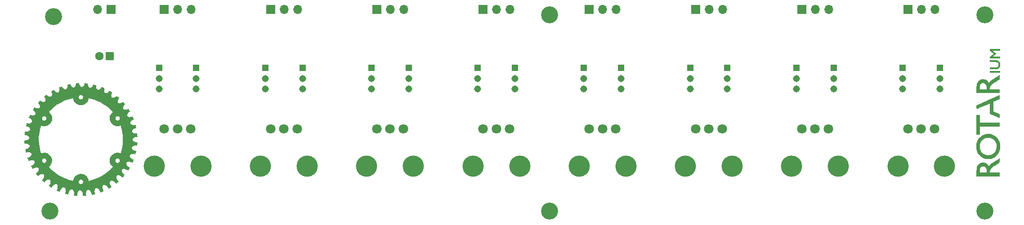
<source format=gts>
G04 #@! TF.FileFunction,Soldermask,Top*
%FSLAX46Y46*%
G04 Gerber Fmt 4.6, Leading zero omitted, Abs format (unit mm)*
G04 Created by KiCad (PCBNEW 4.0.7) date Monday, 21 May 2018 'PMt' 08:29:24 PM*
%MOMM*%
%LPD*%
G01*
G04 APERTURE LIST*
%ADD10C,0.100000*%
%ADD11C,0.010000*%
%ADD12R,1.700000X1.700000*%
%ADD13O,1.700000X1.700000*%
%ADD14C,1.800000*%
%ADD15C,4.000000*%
%ADD16R,1.308000X1.308000*%
%ADD17C,1.308000*%
%ADD18C,3.200000*%
%ADD19R,1.600000X1.600000*%
%ADD20C,1.600000*%
G04 APERTURE END LIST*
D10*
D11*
G36*
X200365627Y-125518344D02*
X200390358Y-125286096D01*
X200429403Y-125091744D01*
X200432528Y-125080556D01*
X200523954Y-124811238D01*
X200638527Y-124576297D01*
X200787326Y-124357216D01*
X200981434Y-124135478D01*
X201024431Y-124091438D01*
X201272083Y-123867261D01*
X201521760Y-123697670D01*
X201786682Y-123576715D01*
X202080070Y-123498448D01*
X202415145Y-123456919D01*
X202438000Y-123455394D01*
X202811862Y-123461688D01*
X203168685Y-123527141D01*
X203503291Y-123648758D01*
X203810502Y-123823542D01*
X204085139Y-124048497D01*
X204322026Y-124320626D01*
X204515984Y-124636932D01*
X204530626Y-124666375D01*
X204596597Y-124813594D01*
X204657639Y-124970752D01*
X204702127Y-125107543D01*
X204707248Y-125126750D01*
X204737974Y-125290713D01*
X204759778Y-125494445D01*
X204772090Y-125718163D01*
X204774340Y-125942084D01*
X204765955Y-126146423D01*
X204746365Y-126311397D01*
X204742061Y-126333250D01*
X204634632Y-126698364D01*
X204476479Y-127030370D01*
X204271786Y-127325257D01*
X204024741Y-127579014D01*
X203739527Y-127787631D01*
X203420331Y-127947097D01*
X203071337Y-128053400D01*
X202918214Y-128081037D01*
X202535948Y-128106696D01*
X202522419Y-128105448D01*
X202522419Y-127451396D01*
X202774804Y-127444002D01*
X203006352Y-127408851D01*
X203105835Y-127381176D01*
X203391512Y-127254018D01*
X203640035Y-127079274D01*
X203848164Y-126863045D01*
X204012660Y-126611429D01*
X204130283Y-126330526D01*
X204197795Y-126026435D01*
X204211955Y-125705255D01*
X204170332Y-125376877D01*
X204076582Y-125080117D01*
X203931328Y-124813231D01*
X203741338Y-124580869D01*
X203513384Y-124387683D01*
X203254235Y-124238323D01*
X202970663Y-124137440D01*
X202669437Y-124089685D01*
X202357327Y-124099708D01*
X202318937Y-124105095D01*
X202015507Y-124182310D01*
X201737122Y-124314737D01*
X201489817Y-124496998D01*
X201279629Y-124723716D01*
X201112592Y-124989515D01*
X200996403Y-125283326D01*
X200966207Y-125436908D01*
X200949924Y-125629670D01*
X200947631Y-125838816D01*
X200959406Y-126041549D01*
X200985327Y-126215074D01*
X200993110Y-126247738D01*
X201101152Y-126544766D01*
X201259560Y-126810621D01*
X201462371Y-127038911D01*
X201703620Y-127223245D01*
X201977345Y-127357232D01*
X202052239Y-127382766D01*
X202273471Y-127430996D01*
X202522419Y-127451396D01*
X202522419Y-128105448D01*
X202168701Y-128072816D01*
X201821200Y-127982518D01*
X201498173Y-127838922D01*
X201204348Y-127645151D01*
X200944453Y-127404324D01*
X200723215Y-127119564D01*
X200545362Y-126793992D01*
X200415623Y-126430728D01*
X200415015Y-126428500D01*
X200379905Y-126243566D01*
X200360142Y-126016968D01*
X200355469Y-125768598D01*
X200365627Y-125518344D01*
X200365627Y-125518344D01*
G37*
X200365627Y-125518344D02*
X200390358Y-125286096D01*
X200429403Y-125091744D01*
X200432528Y-125080556D01*
X200523954Y-124811238D01*
X200638527Y-124576297D01*
X200787326Y-124357216D01*
X200981434Y-124135478D01*
X201024431Y-124091438D01*
X201272083Y-123867261D01*
X201521760Y-123697670D01*
X201786682Y-123576715D01*
X202080070Y-123498448D01*
X202415145Y-123456919D01*
X202438000Y-123455394D01*
X202811862Y-123461688D01*
X203168685Y-123527141D01*
X203503291Y-123648758D01*
X203810502Y-123823542D01*
X204085139Y-124048497D01*
X204322026Y-124320626D01*
X204515984Y-124636932D01*
X204530626Y-124666375D01*
X204596597Y-124813594D01*
X204657639Y-124970752D01*
X204702127Y-125107543D01*
X204707248Y-125126750D01*
X204737974Y-125290713D01*
X204759778Y-125494445D01*
X204772090Y-125718163D01*
X204774340Y-125942084D01*
X204765955Y-126146423D01*
X204746365Y-126311397D01*
X204742061Y-126333250D01*
X204634632Y-126698364D01*
X204476479Y-127030370D01*
X204271786Y-127325257D01*
X204024741Y-127579014D01*
X203739527Y-127787631D01*
X203420331Y-127947097D01*
X203071337Y-128053400D01*
X202918214Y-128081037D01*
X202535948Y-128106696D01*
X202522419Y-128105448D01*
X202522419Y-127451396D01*
X202774804Y-127444002D01*
X203006352Y-127408851D01*
X203105835Y-127381176D01*
X203391512Y-127254018D01*
X203640035Y-127079274D01*
X203848164Y-126863045D01*
X204012660Y-126611429D01*
X204130283Y-126330526D01*
X204197795Y-126026435D01*
X204211955Y-125705255D01*
X204170332Y-125376877D01*
X204076582Y-125080117D01*
X203931328Y-124813231D01*
X203741338Y-124580869D01*
X203513384Y-124387683D01*
X203254235Y-124238323D01*
X202970663Y-124137440D01*
X202669437Y-124089685D01*
X202357327Y-124099708D01*
X202318937Y-124105095D01*
X202015507Y-124182310D01*
X201737122Y-124314737D01*
X201489817Y-124496998D01*
X201279629Y-124723716D01*
X201112592Y-124989515D01*
X200996403Y-125283326D01*
X200966207Y-125436908D01*
X200949924Y-125629670D01*
X200947631Y-125838816D01*
X200959406Y-126041549D01*
X200985327Y-126215074D01*
X200993110Y-126247738D01*
X201101152Y-126544766D01*
X201259560Y-126810621D01*
X201462371Y-127038911D01*
X201703620Y-127223245D01*
X201977345Y-127357232D01*
X202052239Y-127382766D01*
X202273471Y-127430996D01*
X202522419Y-127451396D01*
X202522419Y-128105448D01*
X202168701Y-128072816D01*
X201821200Y-127982518D01*
X201498173Y-127838922D01*
X201204348Y-127645151D01*
X200944453Y-127404324D01*
X200723215Y-127119564D01*
X200545362Y-126793992D01*
X200415623Y-126430728D01*
X200415015Y-126428500D01*
X200379905Y-126243566D01*
X200360142Y-126016968D01*
X200355469Y-125768598D01*
X200365627Y-125518344D01*
G36*
X203541312Y-110897519D02*
X203785797Y-110892546D01*
X203975598Y-110885365D01*
X204119531Y-110874092D01*
X204226411Y-110856844D01*
X204305054Y-110831737D01*
X204364275Y-110796888D01*
X204412890Y-110750412D01*
X204450289Y-110703298D01*
X204498607Y-110598170D01*
X204526101Y-110455888D01*
X204531555Y-110299693D01*
X204513755Y-110152829D01*
X204483838Y-110061569D01*
X204445709Y-109988568D01*
X204403627Y-109932190D01*
X204349286Y-109890298D01*
X204274378Y-109860757D01*
X204170595Y-109841433D01*
X204029629Y-109830188D01*
X203843173Y-109824888D01*
X203602920Y-109823397D01*
X203557187Y-109823369D01*
X202882500Y-109823250D01*
X202882500Y-109537500D01*
X203511737Y-109537500D01*
X203764942Y-109539147D01*
X203962870Y-109544408D01*
X204113668Y-109553770D01*
X204225482Y-109567714D01*
X204298415Y-109584255D01*
X204469930Y-109667480D01*
X204615857Y-109804382D01*
X204709931Y-109950250D01*
X204749690Y-110071346D01*
X204772524Y-110230940D01*
X204777557Y-110406091D01*
X204763913Y-110573859D01*
X204738184Y-110689794D01*
X204661819Y-110845146D01*
X204545540Y-110982011D01*
X204406287Y-111082935D01*
X204322679Y-111117825D01*
X204231968Y-111133709D01*
X204081049Y-111145572D01*
X203873098Y-111153258D01*
X203611290Y-111156609D01*
X203537628Y-111156750D01*
X202882500Y-111156750D01*
X202882500Y-110908300D01*
X203541312Y-110897519D01*
X203541312Y-110897519D01*
G37*
X203541312Y-110897519D02*
X203785797Y-110892546D01*
X203975598Y-110885365D01*
X204119531Y-110874092D01*
X204226411Y-110856844D01*
X204305054Y-110831737D01*
X204364275Y-110796888D01*
X204412890Y-110750412D01*
X204450289Y-110703298D01*
X204498607Y-110598170D01*
X204526101Y-110455888D01*
X204531555Y-110299693D01*
X204513755Y-110152829D01*
X204483838Y-110061569D01*
X204445709Y-109988568D01*
X204403627Y-109932190D01*
X204349286Y-109890298D01*
X204274378Y-109860757D01*
X204170595Y-109841433D01*
X204029629Y-109830188D01*
X203843173Y-109824888D01*
X203602920Y-109823397D01*
X203557187Y-109823369D01*
X202882500Y-109823250D01*
X202882500Y-109537500D01*
X203511737Y-109537500D01*
X203764942Y-109539147D01*
X203962870Y-109544408D01*
X204113668Y-109553770D01*
X204225482Y-109567714D01*
X204298415Y-109584255D01*
X204469930Y-109667480D01*
X204615857Y-109804382D01*
X204709931Y-109950250D01*
X204749690Y-110071346D01*
X204772524Y-110230940D01*
X204777557Y-110406091D01*
X204763913Y-110573859D01*
X204738184Y-110689794D01*
X204661819Y-110845146D01*
X204545540Y-110982011D01*
X204406287Y-111082935D01*
X204322679Y-111117825D01*
X204231968Y-111133709D01*
X204081049Y-111145572D01*
X203873098Y-111153258D01*
X203611290Y-111156609D01*
X203537628Y-111156750D01*
X202882500Y-111156750D01*
X202882500Y-110908300D01*
X203541312Y-110897519D01*
G36*
X204755750Y-111537750D02*
X204755750Y-111823500D01*
X202882500Y-111823500D01*
X202882500Y-111537750D01*
X204755750Y-111537750D01*
X204755750Y-111537750D01*
G37*
X204755750Y-111537750D02*
X204755750Y-111823500D01*
X202882500Y-111823500D01*
X202882500Y-111537750D01*
X204755750Y-111537750D01*
G36*
X202884511Y-108983213D02*
X202895411Y-108940916D01*
X202922500Y-108896956D01*
X202973077Y-108843044D01*
X203054444Y-108770892D01*
X203173900Y-108672214D01*
X203263500Y-108599570D01*
X203394446Y-108493244D01*
X203505965Y-108401927D01*
X203589621Y-108332589D01*
X203636979Y-108292197D01*
X203644500Y-108284818D01*
X203620944Y-108263991D01*
X203556001Y-108210893D01*
X203458251Y-108132435D01*
X203336277Y-108035527D01*
X203264930Y-107979195D01*
X203120044Y-107864546D01*
X203017669Y-107780674D01*
X202950384Y-107719124D01*
X202910768Y-107671443D01*
X202891400Y-107629177D01*
X202884858Y-107583873D01*
X202883930Y-107545188D01*
X202882500Y-107410250D01*
X204755750Y-107410250D01*
X204755750Y-107696000D01*
X203318695Y-107696000D01*
X203670535Y-107973813D01*
X203797247Y-108076092D01*
X203903916Y-108166433D01*
X203981475Y-108236828D01*
X204020855Y-108279269D01*
X204023937Y-108285930D01*
X204000888Y-108316957D01*
X203936481Y-108378872D01*
X203839596Y-108463722D01*
X203719112Y-108563555D01*
X203669410Y-108603430D01*
X203313320Y-108886625D01*
X204755750Y-108903693D01*
X204755750Y-109156500D01*
X202882500Y-109156500D01*
X202882500Y-109032134D01*
X202884511Y-108983213D01*
X202884511Y-108983213D01*
G37*
X202884511Y-108983213D02*
X202895411Y-108940916D01*
X202922500Y-108896956D01*
X202973077Y-108843044D01*
X203054444Y-108770892D01*
X203173900Y-108672214D01*
X203263500Y-108599570D01*
X203394446Y-108493244D01*
X203505965Y-108401927D01*
X203589621Y-108332589D01*
X203636979Y-108292197D01*
X203644500Y-108284818D01*
X203620944Y-108263991D01*
X203556001Y-108210893D01*
X203458251Y-108132435D01*
X203336277Y-108035527D01*
X203264930Y-107979195D01*
X203120044Y-107864546D01*
X203017669Y-107780674D01*
X202950384Y-107719124D01*
X202910768Y-107671443D01*
X202891400Y-107629177D01*
X202884858Y-107583873D01*
X202883930Y-107545188D01*
X202882500Y-107410250D01*
X204755750Y-107410250D01*
X204755750Y-107696000D01*
X203318695Y-107696000D01*
X203670535Y-107973813D01*
X203797247Y-108076092D01*
X203903916Y-108166433D01*
X203981475Y-108236828D01*
X204020855Y-108279269D01*
X204023937Y-108285930D01*
X204000888Y-108316957D01*
X203936481Y-108378872D01*
X203839596Y-108463722D01*
X203719112Y-108563555D01*
X203669410Y-108603430D01*
X203313320Y-108886625D01*
X204755750Y-108903693D01*
X204755750Y-109156500D01*
X202882500Y-109156500D01*
X202882500Y-109032134D01*
X202884511Y-108983213D01*
G36*
X200406551Y-130690938D02*
X200409333Y-130396602D01*
X200418025Y-130155847D01*
X200433958Y-129958918D01*
X200458464Y-129796061D01*
X200492874Y-129657522D01*
X200538521Y-129533546D01*
X200575236Y-129455385D01*
X200709268Y-129252355D01*
X200885518Y-129077478D01*
X201086658Y-128947735D01*
X201099566Y-128941556D01*
X201190457Y-128902393D01*
X201273818Y-128877545D01*
X201368792Y-128863871D01*
X201494523Y-128858229D01*
X201612500Y-128857375D01*
X201778160Y-128859816D01*
X201898348Y-128868837D01*
X201990961Y-128886988D01*
X202073898Y-128916816D01*
X202094327Y-128925984D01*
X202264791Y-129028766D01*
X202426131Y-129168568D01*
X202556637Y-129325204D01*
X202599372Y-129395526D01*
X202674366Y-129536891D01*
X202849870Y-129354052D01*
X202954505Y-129250265D01*
X203066614Y-129150972D01*
X203195389Y-129049353D01*
X203350023Y-128938589D01*
X203539709Y-128811859D01*
X203773638Y-128662346D01*
X203829903Y-128627002D01*
X204000464Y-128518414D01*
X204173229Y-128405469D01*
X204331453Y-128299304D01*
X204458396Y-128211056D01*
X204493812Y-128185376D01*
X204724000Y-128015547D01*
X204723444Y-128388836D01*
X204722889Y-128762125D01*
X204366257Y-128994789D01*
X204191375Y-129108722D01*
X203995238Y-129236255D01*
X203804536Y-129360043D01*
X203675611Y-129443565D01*
X203445332Y-129605285D01*
X203245264Y-129771222D01*
X203082175Y-129934469D01*
X202962832Y-130088119D01*
X202894003Y-130225267D01*
X202887437Y-130247921D01*
X202864555Y-130374077D01*
X202851741Y-130513215D01*
X202850750Y-130554185D01*
X202850750Y-130714750D01*
X204724000Y-130714750D01*
X204724000Y-131349750D01*
X200945750Y-131349750D01*
X200945750Y-130714750D01*
X202311000Y-130714750D01*
X202310759Y-130579813D01*
X202306895Y-130482612D01*
X202296897Y-130348655D01*
X202282779Y-130204164D01*
X202280006Y-130179492D01*
X202243253Y-129966299D01*
X202184515Y-129803747D01*
X202097558Y-129680960D01*
X201976145Y-129587062D01*
X201924226Y-129558945D01*
X201723082Y-129490036D01*
X201526078Y-129483433D01*
X201338791Y-129538304D01*
X201166793Y-129653815D01*
X201143317Y-129675681D01*
X201055826Y-129788145D01*
X200995309Y-129934241D01*
X200959462Y-130122443D01*
X200945984Y-130361228D01*
X200945750Y-130403013D01*
X200945750Y-130714750D01*
X200945750Y-131349750D01*
X200406000Y-131349750D01*
X200406551Y-130690938D01*
X200406551Y-130690938D01*
G37*
X200406551Y-130690938D02*
X200409333Y-130396602D01*
X200418025Y-130155847D01*
X200433958Y-129958918D01*
X200458464Y-129796061D01*
X200492874Y-129657522D01*
X200538521Y-129533546D01*
X200575236Y-129455385D01*
X200709268Y-129252355D01*
X200885518Y-129077478D01*
X201086658Y-128947735D01*
X201099566Y-128941556D01*
X201190457Y-128902393D01*
X201273818Y-128877545D01*
X201368792Y-128863871D01*
X201494523Y-128858229D01*
X201612500Y-128857375D01*
X201778160Y-128859816D01*
X201898348Y-128868837D01*
X201990961Y-128886988D01*
X202073898Y-128916816D01*
X202094327Y-128925984D01*
X202264791Y-129028766D01*
X202426131Y-129168568D01*
X202556637Y-129325204D01*
X202599372Y-129395526D01*
X202674366Y-129536891D01*
X202849870Y-129354052D01*
X202954505Y-129250265D01*
X203066614Y-129150972D01*
X203195389Y-129049353D01*
X203350023Y-128938589D01*
X203539709Y-128811859D01*
X203773638Y-128662346D01*
X203829903Y-128627002D01*
X204000464Y-128518414D01*
X204173229Y-128405469D01*
X204331453Y-128299304D01*
X204458396Y-128211056D01*
X204493812Y-128185376D01*
X204724000Y-128015547D01*
X204723444Y-128388836D01*
X204722889Y-128762125D01*
X204366257Y-128994789D01*
X204191375Y-129108722D01*
X203995238Y-129236255D01*
X203804536Y-129360043D01*
X203675611Y-129443565D01*
X203445332Y-129605285D01*
X203245264Y-129771222D01*
X203082175Y-129934469D01*
X202962832Y-130088119D01*
X202894003Y-130225267D01*
X202887437Y-130247921D01*
X202864555Y-130374077D01*
X202851741Y-130513215D01*
X202850750Y-130554185D01*
X202850750Y-130714750D01*
X204724000Y-130714750D01*
X204724000Y-131349750D01*
X200945750Y-131349750D01*
X200945750Y-130714750D01*
X202311000Y-130714750D01*
X202310759Y-130579813D01*
X202306895Y-130482612D01*
X202296897Y-130348655D01*
X202282779Y-130204164D01*
X202280006Y-130179492D01*
X202243253Y-129966299D01*
X202184515Y-129803747D01*
X202097558Y-129680960D01*
X201976145Y-129587062D01*
X201924226Y-129558945D01*
X201723082Y-129490036D01*
X201526078Y-129483433D01*
X201338791Y-129538304D01*
X201166793Y-129653815D01*
X201143317Y-129675681D01*
X201055826Y-129788145D01*
X200995309Y-129934241D01*
X200959462Y-130122443D01*
X200945984Y-130361228D01*
X200945750Y-130403013D01*
X200945750Y-130714750D01*
X200945750Y-131349750D01*
X200406000Y-131349750D01*
X200406551Y-130690938D01*
G36*
X200945750Y-119856250D02*
X200945750Y-121348500D01*
X204724000Y-121348500D01*
X204724000Y-121983500D01*
X200945750Y-121983500D01*
X200945750Y-123475750D01*
X200406000Y-123475750D01*
X200406000Y-119856250D01*
X200945750Y-119856250D01*
X200945750Y-119856250D01*
G37*
X200945750Y-119856250D02*
X200945750Y-121348500D01*
X204724000Y-121348500D01*
X204724000Y-121983500D01*
X200945750Y-121983500D01*
X200945750Y-123475750D01*
X200406000Y-123475750D01*
X200406000Y-119856250D01*
X200945750Y-119856250D01*
G36*
X200380876Y-118291507D02*
X200390125Y-118068207D01*
X202549125Y-117105978D01*
X204708125Y-116143748D01*
X204717721Y-116301374D01*
X204721600Y-116435726D01*
X204719650Y-116580268D01*
X204717721Y-116621279D01*
X204708125Y-116783558D01*
X203469875Y-117338046D01*
X203469875Y-119200234D01*
X204089000Y-119460109D01*
X204708125Y-119719985D01*
X204717159Y-120040848D01*
X204726193Y-120361712D01*
X204637784Y-120328998D01*
X204586155Y-120308179D01*
X204484640Y-120265776D01*
X204341658Y-120205360D01*
X204165628Y-120130501D01*
X203964968Y-120044772D01*
X203748097Y-119951743D01*
X203723875Y-119941330D01*
X202898375Y-119586375D01*
X202902880Y-118592108D01*
X202903571Y-118295543D01*
X202902584Y-118058289D01*
X202899785Y-117876175D01*
X202895037Y-117745029D01*
X202888206Y-117660683D01*
X202879157Y-117618964D01*
X202871130Y-117613006D01*
X202834880Y-117629008D01*
X202747250Y-117668055D01*
X202614803Y-117727212D01*
X202444101Y-117803543D01*
X202241708Y-117894114D01*
X202014185Y-117995991D01*
X201768096Y-118106238D01*
X201731304Y-118122725D01*
X200627733Y-118617280D01*
X200499681Y-118566043D01*
X200371628Y-118514807D01*
X200380876Y-118291507D01*
X200380876Y-118291507D01*
G37*
X200380876Y-118291507D02*
X200390125Y-118068207D01*
X202549125Y-117105978D01*
X204708125Y-116143748D01*
X204717721Y-116301374D01*
X204721600Y-116435726D01*
X204719650Y-116580268D01*
X204717721Y-116621279D01*
X204708125Y-116783558D01*
X203469875Y-117338046D01*
X203469875Y-119200234D01*
X204089000Y-119460109D01*
X204708125Y-119719985D01*
X204717159Y-120040848D01*
X204726193Y-120361712D01*
X204637784Y-120328998D01*
X204586155Y-120308179D01*
X204484640Y-120265776D01*
X204341658Y-120205360D01*
X204165628Y-120130501D01*
X203964968Y-120044772D01*
X203748097Y-119951743D01*
X203723875Y-119941330D01*
X202898375Y-119586375D01*
X202902880Y-118592108D01*
X202903571Y-118295543D01*
X202902584Y-118058289D01*
X202899785Y-117876175D01*
X202895037Y-117745029D01*
X202888206Y-117660683D01*
X202879157Y-117618964D01*
X202871130Y-117613006D01*
X202834880Y-117629008D01*
X202747250Y-117668055D01*
X202614803Y-117727212D01*
X202444101Y-117803543D01*
X202241708Y-117894114D01*
X202014185Y-117995991D01*
X201768096Y-118106238D01*
X201731304Y-118122725D01*
X200627733Y-118617280D01*
X200499681Y-118566043D01*
X200371628Y-118514807D01*
X200380876Y-118291507D01*
G36*
X200406551Y-114974688D02*
X200410022Y-114658560D01*
X200421315Y-114396825D01*
X200442616Y-114180630D01*
X200476112Y-114001119D01*
X200523990Y-113849436D01*
X200588436Y-113716727D01*
X200671639Y-113594136D01*
X200775784Y-113472807D01*
X200778054Y-113470377D01*
X200965386Y-113307870D01*
X201175877Y-113200057D01*
X201419280Y-113142388D01*
X201498660Y-113134300D01*
X201773687Y-113137543D01*
X202017913Y-113192881D01*
X202235182Y-113302537D01*
X202429339Y-113468735D01*
X202604228Y-113693702D01*
X202679175Y-113817371D01*
X202701753Y-113800466D01*
X202757418Y-113747191D01*
X202835878Y-113667547D01*
X202870828Y-113631085D01*
X202954031Y-113546694D01*
X203039677Y-113467466D01*
X203135559Y-113387664D01*
X203249468Y-113301555D01*
X203389197Y-113203401D01*
X203562538Y-113087468D01*
X203777282Y-112948019D01*
X203942864Y-112841985D01*
X204111278Y-112733551D01*
X204269337Y-112629994D01*
X204405925Y-112538732D01*
X204509922Y-112467186D01*
X204566558Y-112425714D01*
X204640101Y-112370391D01*
X204692260Y-112336506D01*
X204704756Y-112331500D01*
X204712367Y-112361149D01*
X204718556Y-112441697D01*
X204722654Y-112560550D01*
X204724000Y-112693018D01*
X204724000Y-113054536D01*
X204335062Y-113306566D01*
X204170679Y-113412449D01*
X204000814Y-113520783D01*
X203844200Y-113619684D01*
X203719573Y-113697267D01*
X203706723Y-113705152D01*
X203523190Y-113829144D01*
X203342661Y-113971924D01*
X203178561Y-114121305D01*
X203044314Y-114265097D01*
X202955710Y-114387031D01*
X202906354Y-114487480D01*
X202876405Y-114596568D01*
X202859752Y-114738668D01*
X202857050Y-114780480D01*
X202842591Y-115030250D01*
X204724000Y-115030250D01*
X204724000Y-115633500D01*
X200945750Y-115633500D01*
X200945750Y-115030250D01*
X201607208Y-115030250D01*
X201806289Y-115029155D01*
X201983728Y-115026093D01*
X202129750Y-115021406D01*
X202234578Y-115015432D01*
X202288437Y-115008511D01*
X202293065Y-115006438D01*
X202302068Y-114965024D01*
X202304253Y-114875758D01*
X202300603Y-114753806D01*
X202292099Y-114614335D01*
X202279723Y-114472511D01*
X202264457Y-114343502D01*
X202247281Y-114242474D01*
X202242239Y-114221171D01*
X202189922Y-114105341D01*
X202098643Y-113984914D01*
X202077493Y-113962889D01*
X201913641Y-113839442D01*
X201733203Y-113773460D01*
X201546327Y-113764951D01*
X201363156Y-113813919D01*
X201193837Y-113920372D01*
X201148428Y-113962343D01*
X201068084Y-114058544D01*
X201010777Y-114168701D01*
X200973382Y-114304659D01*
X200952770Y-114478265D01*
X200945815Y-114701366D01*
X200945750Y-114730188D01*
X200945750Y-115030250D01*
X200945750Y-115633500D01*
X200406000Y-115633500D01*
X200406551Y-114974688D01*
X200406551Y-114974688D01*
G37*
X200406551Y-114974688D02*
X200410022Y-114658560D01*
X200421315Y-114396825D01*
X200442616Y-114180630D01*
X200476112Y-114001119D01*
X200523990Y-113849436D01*
X200588436Y-113716727D01*
X200671639Y-113594136D01*
X200775784Y-113472807D01*
X200778054Y-113470377D01*
X200965386Y-113307870D01*
X201175877Y-113200057D01*
X201419280Y-113142388D01*
X201498660Y-113134300D01*
X201773687Y-113137543D01*
X202017913Y-113192881D01*
X202235182Y-113302537D01*
X202429339Y-113468735D01*
X202604228Y-113693702D01*
X202679175Y-113817371D01*
X202701753Y-113800466D01*
X202757418Y-113747191D01*
X202835878Y-113667547D01*
X202870828Y-113631085D01*
X202954031Y-113546694D01*
X203039677Y-113467466D01*
X203135559Y-113387664D01*
X203249468Y-113301555D01*
X203389197Y-113203401D01*
X203562538Y-113087468D01*
X203777282Y-112948019D01*
X203942864Y-112841985D01*
X204111278Y-112733551D01*
X204269337Y-112629994D01*
X204405925Y-112538732D01*
X204509922Y-112467186D01*
X204566558Y-112425714D01*
X204640101Y-112370391D01*
X204692260Y-112336506D01*
X204704756Y-112331500D01*
X204712367Y-112361149D01*
X204718556Y-112441697D01*
X204722654Y-112560550D01*
X204724000Y-112693018D01*
X204724000Y-113054536D01*
X204335062Y-113306566D01*
X204170679Y-113412449D01*
X204000814Y-113520783D01*
X203844200Y-113619684D01*
X203719573Y-113697267D01*
X203706723Y-113705152D01*
X203523190Y-113829144D01*
X203342661Y-113971924D01*
X203178561Y-114121305D01*
X203044314Y-114265097D01*
X202955710Y-114387031D01*
X202906354Y-114487480D01*
X202876405Y-114596568D01*
X202859752Y-114738668D01*
X202857050Y-114780480D01*
X202842591Y-115030250D01*
X204724000Y-115030250D01*
X204724000Y-115633500D01*
X200945750Y-115633500D01*
X200945750Y-115030250D01*
X201607208Y-115030250D01*
X201806289Y-115029155D01*
X201983728Y-115026093D01*
X202129750Y-115021406D01*
X202234578Y-115015432D01*
X202288437Y-115008511D01*
X202293065Y-115006438D01*
X202302068Y-114965024D01*
X202304253Y-114875758D01*
X202300603Y-114753806D01*
X202292099Y-114614335D01*
X202279723Y-114472511D01*
X202264457Y-114343502D01*
X202247281Y-114242474D01*
X202242239Y-114221171D01*
X202189922Y-114105341D01*
X202098643Y-113984914D01*
X202077493Y-113962889D01*
X201913641Y-113839442D01*
X201733203Y-113773460D01*
X201546327Y-113764951D01*
X201363156Y-113813919D01*
X201193837Y-113920372D01*
X201148428Y-113962343D01*
X201068084Y-114058544D01*
X201010777Y-114168701D01*
X200973382Y-114304659D01*
X200952770Y-114478265D01*
X200945815Y-114701366D01*
X200945750Y-114730188D01*
X200945750Y-115030250D01*
X200945750Y-115633500D01*
X200406000Y-115633500D01*
X200406551Y-114974688D01*
G36*
X31398417Y-114000543D02*
X31450610Y-114167677D01*
X31520589Y-114313140D01*
X31605604Y-114432814D01*
X31702905Y-114522578D01*
X31775060Y-114564605D01*
X31883408Y-114595096D01*
X31991176Y-114590347D01*
X32095449Y-114552674D01*
X32193310Y-114484392D01*
X32281845Y-114387820D01*
X32358137Y-114265272D01*
X32419269Y-114119065D01*
X32444521Y-114032798D01*
X32465886Y-113957627D01*
X32485128Y-113913320D01*
X32505400Y-113893484D01*
X32514457Y-113890974D01*
X32546323Y-113891081D01*
X32606807Y-113894728D01*
X32687132Y-113901282D01*
X32775408Y-113909789D01*
X33001185Y-113933111D01*
X33012976Y-114074222D01*
X33037354Y-114248028D01*
X33080713Y-114396002D01*
X33145879Y-114526300D01*
X33193580Y-114595414D01*
X33250222Y-114649470D01*
X33327973Y-114698332D01*
X33412336Y-114734602D01*
X33488815Y-114750882D01*
X33498768Y-114751143D01*
X33580280Y-114737323D01*
X33674186Y-114700170D01*
X33768280Y-114644825D01*
X33791608Y-114627831D01*
X33844364Y-114576515D01*
X33904509Y-114500743D01*
X33965060Y-114410838D01*
X34019038Y-114317123D01*
X34057801Y-114234148D01*
X34084111Y-114180305D01*
X34111260Y-114143556D01*
X34125677Y-114134201D01*
X34154960Y-114136550D01*
X34212237Y-114147280D01*
X34289253Y-114164663D01*
X34377756Y-114186971D01*
X34378278Y-114187109D01*
X34600445Y-114245890D01*
X34600445Y-114494019D01*
X34600947Y-114597156D01*
X34603366Y-114671855D01*
X34609067Y-114727305D01*
X34619415Y-114772693D01*
X34635779Y-114817209D01*
X34654854Y-114859963D01*
X34726736Y-114981362D01*
X34812989Y-115068959D01*
X34911042Y-115122555D01*
X35018324Y-115141948D01*
X35132263Y-115126936D01*
X35250289Y-115077320D01*
X35369829Y-114992897D01*
X35444762Y-114921746D01*
X35505176Y-114852231D01*
X35563984Y-114774433D01*
X35605915Y-114709404D01*
X35642802Y-114649471D01*
X35670389Y-114619308D01*
X35693602Y-114613849D01*
X35697610Y-114615066D01*
X35787721Y-114650724D01*
X35879614Y-114690139D01*
X35966765Y-114730142D01*
X36042652Y-114767563D01*
X36100752Y-114799233D01*
X36134542Y-114821981D01*
X36140420Y-114830249D01*
X36134369Y-114860319D01*
X36121349Y-114914557D01*
X36105454Y-114976343D01*
X36086434Y-115072818D01*
X36079187Y-115180701D01*
X36080763Y-115277380D01*
X36086009Y-115368355D01*
X36094679Y-115434078D01*
X36109544Y-115486923D01*
X36133372Y-115539261D01*
X36143693Y-115558565D01*
X36197416Y-115637461D01*
X36259505Y-115699096D01*
X36273410Y-115709083D01*
X36318630Y-115735329D01*
X36363474Y-115750145D01*
X36421257Y-115756507D01*
X36490038Y-115757493D01*
X36589499Y-115750652D01*
X36678453Y-115728635D01*
X36763979Y-115687720D01*
X36853159Y-115624188D01*
X36953074Y-115534316D01*
X36996395Y-115491409D01*
X37153382Y-115332852D01*
X37367987Y-115466816D01*
X37446729Y-115516583D01*
X37512485Y-115559313D01*
X37559394Y-115591106D01*
X37581592Y-115608064D01*
X37582593Y-115609534D01*
X37574782Y-115629843D01*
X37554724Y-115672604D01*
X37537215Y-115707837D01*
X37482680Y-115840791D01*
X37446235Y-115983618D01*
X37429268Y-116125924D01*
X37433166Y-116257319D01*
X37451903Y-116346550D01*
X37503933Y-116455778D01*
X37579271Y-116537404D01*
X37674727Y-116590539D01*
X37787105Y-116614294D01*
X37913214Y-116607782D01*
X38049861Y-116570112D01*
X38129598Y-116535174D01*
X38214993Y-116486916D01*
X38304311Y-116427085D01*
X38377887Y-116368908D01*
X38486441Y-116271889D01*
X38613072Y-116377284D01*
X38681715Y-116434697D01*
X38749147Y-116491569D01*
X38802809Y-116537298D01*
X38811210Y-116544542D01*
X38882715Y-116606406D01*
X38798910Y-116731381D01*
X38706702Y-116892510D01*
X38648600Y-117052099D01*
X38622628Y-117209088D01*
X38627167Y-117345231D01*
X38661949Y-117460199D01*
X38725112Y-117551944D01*
X38814790Y-117618418D01*
X38929119Y-117657570D01*
X39040134Y-117667852D01*
X39166514Y-117653991D01*
X39304407Y-117615451D01*
X39441642Y-117556797D01*
X39566052Y-117482594D01*
X39598520Y-117458404D01*
X39667114Y-117404390D01*
X39778178Y-117531417D01*
X39837158Y-117599565D01*
X39894600Y-117667097D01*
X39940132Y-117721792D01*
X39948605Y-117732234D01*
X40007968Y-117806024D01*
X39900440Y-117920972D01*
X39836082Y-117998217D01*
X39770893Y-118090045D01*
X39719197Y-118176198D01*
X39679316Y-118257527D01*
X39655411Y-118324357D01*
X39642604Y-118393510D01*
X39637235Y-118458952D01*
X39634658Y-118540746D01*
X39639594Y-118599075D01*
X39654004Y-118647693D01*
X39668654Y-118679180D01*
X39730755Y-118768872D01*
X39813997Y-118832869D01*
X39921497Y-118872692D01*
X40056373Y-118889857D01*
X40103171Y-118890815D01*
X40258180Y-118878880D01*
X40407398Y-118840951D01*
X40561941Y-118774579D01*
X40618549Y-118747176D01*
X40659933Y-118729344D01*
X40676822Y-118724954D01*
X40695787Y-118752790D01*
X40727098Y-118803208D01*
X40766400Y-118868706D01*
X40809336Y-118941783D01*
X40851549Y-119014935D01*
X40888684Y-119080662D01*
X40916384Y-119131462D01*
X40930292Y-119159833D01*
X40931124Y-119162865D01*
X40916071Y-119183432D01*
X40878427Y-119213455D01*
X40853952Y-119229482D01*
X40777574Y-119286817D01*
X40693333Y-119366703D01*
X40610877Y-119458388D01*
X40539854Y-119551115D01*
X40489913Y-119634131D01*
X40488772Y-119636506D01*
X40445098Y-119761971D01*
X40433353Y-119883948D01*
X40453682Y-119996253D01*
X40478992Y-120052371D01*
X40551643Y-120143226D01*
X40651006Y-120211418D01*
X40773181Y-120256163D01*
X40914267Y-120276679D01*
X41070363Y-120272185D01*
X41237567Y-120241898D01*
X41314496Y-120219931D01*
X41456783Y-120174747D01*
X41551688Y-120399464D01*
X41587269Y-120484935D01*
X41616771Y-120558131D01*
X41637413Y-120611980D01*
X41646418Y-120639414D01*
X41646593Y-120640842D01*
X41630981Y-120656236D01*
X41589109Y-120683683D01*
X41528423Y-120718508D01*
X41491860Y-120738004D01*
X41347129Y-120827010D01*
X41223107Y-120930902D01*
X41123754Y-121044978D01*
X41053029Y-121164540D01*
X41014894Y-121284888D01*
X41011598Y-121307992D01*
X41016439Y-121417444D01*
X41054268Y-121516239D01*
X41121457Y-121602392D01*
X41214378Y-121673920D01*
X41329404Y-121728837D01*
X41462905Y-121765159D01*
X41611255Y-121780903D01*
X41770824Y-121774083D01*
X41844148Y-121763335D01*
X41914683Y-121751645D01*
X41969496Y-121744273D01*
X41999343Y-121742405D01*
X42002038Y-121743088D01*
X42009463Y-121763399D01*
X42022921Y-121811913D01*
X42040370Y-121880081D01*
X42059767Y-121959353D01*
X42079073Y-122041180D01*
X42096243Y-122117011D01*
X42109237Y-122178297D01*
X42116013Y-122216488D01*
X42116536Y-122222510D01*
X42100988Y-122245820D01*
X42051782Y-122266344D01*
X42018966Y-122274825D01*
X41898828Y-122313097D01*
X41770838Y-122371366D01*
X41650255Y-122441763D01*
X41554720Y-122514261D01*
X41449930Y-122626533D01*
X41382433Y-122741525D01*
X41352565Y-122854110D01*
X41358850Y-122955231D01*
X41397292Y-123055866D01*
X41463333Y-123147275D01*
X41539332Y-123212254D01*
X41639067Y-123272315D01*
X41737780Y-123314766D01*
X41845889Y-123342577D01*
X41973814Y-123358721D01*
X42072674Y-123364372D01*
X42301200Y-123373153D01*
X42312035Y-123488540D01*
X42319317Y-123568430D01*
X42327741Y-123664270D01*
X42335016Y-123749741D01*
X42347162Y-123895556D01*
X42290162Y-123895556D01*
X42198492Y-123903270D01*
X42087158Y-123924095D01*
X41970273Y-123954551D01*
X41861950Y-123991163D01*
X41806944Y-124014634D01*
X41672490Y-124092775D01*
X41568830Y-124183092D01*
X41496895Y-124282479D01*
X41457617Y-124387827D01*
X41451928Y-124496029D01*
X41480759Y-124603977D01*
X41545043Y-124708563D01*
X41585468Y-124753386D01*
X41658442Y-124814833D01*
X41748291Y-124874102D01*
X41806944Y-124905367D01*
X41903358Y-124944001D01*
X42016801Y-124978568D01*
X42133158Y-125005588D01*
X42238318Y-125021585D01*
X42290162Y-125024445D01*
X42347162Y-125024445D01*
X42335016Y-125170260D01*
X42327229Y-125261615D01*
X42318779Y-125357500D01*
X42311943Y-125432317D01*
X42301017Y-125548560D01*
X42100805Y-125546386D01*
X41912382Y-125553942D01*
X41750786Y-125581907D01*
X41610420Y-125631595D01*
X41516201Y-125683591D01*
X41413901Y-125766905D01*
X41345575Y-125860072D01*
X41309815Y-125960138D01*
X41305211Y-126064146D01*
X41330355Y-126169141D01*
X41383839Y-126272169D01*
X41464254Y-126370272D01*
X41570191Y-126460497D01*
X41700242Y-126539887D01*
X41852998Y-126605487D01*
X41972826Y-126641656D01*
X42038636Y-126660728D01*
X42088312Y-126679565D01*
X42112099Y-126694402D01*
X42112720Y-126695642D01*
X42110995Y-126720556D01*
X42101525Y-126774509D01*
X42085784Y-126850056D01*
X42065245Y-126939752D01*
X42060580Y-126959190D01*
X42001718Y-127202571D01*
X41916444Y-127176908D01*
X41777815Y-127145684D01*
X41624603Y-127128375D01*
X41475659Y-127126622D01*
X41405553Y-127132477D01*
X41252768Y-127164351D01*
X41124975Y-127217289D01*
X41024479Y-127289330D01*
X40953583Y-127378515D01*
X40914589Y-127482882D01*
X40907439Y-127556442D01*
X40925683Y-127677810D01*
X40978349Y-127798649D01*
X41062338Y-127915565D01*
X41174551Y-128025166D01*
X41311891Y-128124057D01*
X41471257Y-128208845D01*
X41523747Y-128231369D01*
X41581084Y-128255549D01*
X41622964Y-128274844D01*
X41638193Y-128283551D01*
X41633991Y-128302163D01*
X41618324Y-128347700D01*
X41594271Y-128412381D01*
X41564907Y-128488425D01*
X41533309Y-128568050D01*
X41502555Y-128643475D01*
X41475720Y-128706919D01*
X41455882Y-128750600D01*
X41447644Y-128765463D01*
X41429301Y-128761637D01*
X41383920Y-128746247D01*
X41319269Y-128722032D01*
X41273748Y-128704122D01*
X41091338Y-128643885D01*
X40916840Y-128611226D01*
X40754339Y-128606165D01*
X40607919Y-128628724D01*
X40481665Y-128678925D01*
X40447631Y-128699851D01*
X40357980Y-128780301D01*
X40301311Y-128876356D01*
X40277638Y-128985474D01*
X40286980Y-129105113D01*
X40329351Y-129232732D01*
X40404768Y-129365789D01*
X40443071Y-129418516D01*
X40524808Y-129508629D01*
X40628271Y-129599729D01*
X40739595Y-129680587D01*
X40832852Y-129734253D01*
X40879956Y-129760725D01*
X40908687Y-129783591D01*
X40912815Y-129791314D01*
X40903509Y-129813617D01*
X40878196Y-129860842D01*
X40840781Y-129925982D01*
X40796883Y-129999232D01*
X40738035Y-130096064D01*
X40695616Y-130164968D01*
X40665627Y-130209618D01*
X40644070Y-130233689D01*
X40626946Y-130240856D01*
X40610257Y-130234793D01*
X40590004Y-130219174D01*
X40572623Y-130205324D01*
X40526990Y-130175554D01*
X40458555Y-130136743D01*
X40378837Y-130095275D01*
X40338963Y-130075832D01*
X40176065Y-130007549D01*
X40030932Y-129967469D01*
X39897475Y-129954693D01*
X39769610Y-129968317D01*
X39711817Y-129982956D01*
X39599977Y-130032365D01*
X39516025Y-130103639D01*
X39459924Y-130193418D01*
X39431636Y-130298344D01*
X39431126Y-130415058D01*
X39458355Y-130540200D01*
X39513288Y-130670411D01*
X39595887Y-130802334D01*
X39706115Y-130932608D01*
X39722408Y-130949183D01*
X39787705Y-131013120D01*
X39848622Y-131070322D01*
X39897117Y-131113365D01*
X39919873Y-131131453D01*
X39971154Y-131167482D01*
X39800009Y-131365037D01*
X39736894Y-131437097D01*
X39682026Y-131498247D01*
X39640310Y-131543134D01*
X39616650Y-131566403D01*
X39613780Y-131568378D01*
X39593650Y-131559227D01*
X39555435Y-131529672D01*
X39507867Y-131486539D01*
X39368501Y-131368382D01*
X39222866Y-131274756D01*
X39075285Y-131206831D01*
X38930085Y-131165779D01*
X38791590Y-131152769D01*
X38664126Y-131168974D01*
X38552017Y-131215562D01*
X38538452Y-131224139D01*
X38459483Y-131297571D01*
X38407496Y-131392482D01*
X38381896Y-131504748D01*
X38382086Y-131630248D01*
X38407469Y-131764857D01*
X38457451Y-131904455D01*
X38531435Y-132044918D01*
X38628824Y-132182125D01*
X38686629Y-132248779D01*
X38807082Y-132378880D01*
X38641689Y-132519453D01*
X38570371Y-132579791D01*
X38504804Y-132634766D01*
X38453100Y-132677603D01*
X38426794Y-132698878D01*
X38377292Y-132737728D01*
X38330398Y-132667568D01*
X38226602Y-132534286D01*
X38103694Y-132412662D01*
X37969818Y-132309213D01*
X37833115Y-132230461D01*
X37737191Y-132192612D01*
X37601960Y-132161865D01*
X37486552Y-132160708D01*
X37386584Y-132189922D01*
X37297670Y-132250286D01*
X37271634Y-132275480D01*
X37208720Y-132356565D01*
X37169968Y-132448129D01*
X37152146Y-132559538D01*
X37150075Y-132627813D01*
X37166173Y-132785366D01*
X37211504Y-132951441D01*
X37282460Y-133116190D01*
X37375435Y-133269762D01*
X37394944Y-133296404D01*
X37468533Y-133393872D01*
X37332711Y-133477065D01*
X37209831Y-133552072D01*
X37116509Y-133608423D01*
X37050438Y-133647479D01*
X37009312Y-133670601D01*
X36990824Y-133679148D01*
X36989960Y-133679260D01*
X36977490Y-133663900D01*
X36954151Y-133624073D01*
X36931194Y-133580482D01*
X36830720Y-133408552D01*
X36716689Y-133260830D01*
X36592342Y-133140058D01*
X36460918Y-133048976D01*
X36325657Y-132990326D01*
X36207052Y-132967791D01*
X36089562Y-132975204D01*
X35988909Y-133013417D01*
X35906015Y-133079134D01*
X35841798Y-133169057D01*
X35797179Y-133279890D01*
X35773077Y-133408336D01*
X35770412Y-133551097D01*
X35790103Y-133704879D01*
X35833071Y-133866383D01*
X35900234Y-134032314D01*
X35906478Y-134045268D01*
X35940240Y-134115462D01*
X35958758Y-134159293D01*
X35963475Y-134184127D01*
X35955836Y-134197327D01*
X35937988Y-134205981D01*
X35905656Y-134218902D01*
X35846857Y-134242557D01*
X35770005Y-134273557D01*
X35685147Y-134307852D01*
X35601979Y-134341075D01*
X35531663Y-134368374D01*
X35481420Y-134387003D01*
X35458475Y-134394211D01*
X35458222Y-134394222D01*
X35446373Y-134377685D01*
X35430668Y-134335355D01*
X35421008Y-134301320D01*
X35366863Y-134142074D01*
X35289862Y-133989196D01*
X35194902Y-133849098D01*
X35086886Y-133728194D01*
X34970713Y-133632896D01*
X34866488Y-133575667D01*
X34752836Y-133547496D01*
X34637475Y-133553733D01*
X34528253Y-133592389D01*
X34433017Y-133661475D01*
X34404152Y-133692825D01*
X34344288Y-133791196D01*
X34301963Y-133915933D01*
X34277530Y-134059925D01*
X34271345Y-134216061D01*
X34283762Y-134377229D01*
X34315136Y-134536319D01*
X34355836Y-134661716D01*
X34383275Y-134731654D01*
X34313119Y-134750466D01*
X34265792Y-134762189D01*
X34192633Y-134779191D01*
X34104624Y-134798954D01*
X34034158Y-134814362D01*
X33825352Y-134859445D01*
X33802223Y-134708351D01*
X33760282Y-134517081D01*
X33696931Y-134343425D01*
X33614620Y-134191482D01*
X33515798Y-134065346D01*
X33402914Y-133969115D01*
X33337598Y-133931332D01*
X33222712Y-133893226D01*
X33111374Y-133891070D01*
X33006269Y-133923193D01*
X32910084Y-133987926D01*
X32825508Y-134083598D01*
X32755226Y-134208539D01*
X32713967Y-134318963D01*
X32698760Y-134392114D01*
X32688026Y-134491395D01*
X32682093Y-134605531D01*
X32681293Y-134723252D01*
X32685955Y-134833285D01*
X32696261Y-134923494D01*
X32711188Y-135010617D01*
X32649224Y-135021166D01*
X32605663Y-135026479D01*
X32534862Y-135032830D01*
X32447162Y-135039367D01*
X32366185Y-135044483D01*
X32145111Y-135057253D01*
X32145111Y-134879266D01*
X32133892Y-134702592D01*
X32101770Y-134536864D01*
X32051050Y-134385805D01*
X31984037Y-134253140D01*
X31903036Y-134142595D01*
X31810352Y-134057892D01*
X31708289Y-134002757D01*
X31599153Y-133980915D01*
X31589065Y-133980710D01*
X31500372Y-133995331D01*
X31404923Y-134035690D01*
X31315248Y-134095216D01*
X31251372Y-134157852D01*
X31189703Y-134248540D01*
X31130955Y-134362431D01*
X31081774Y-134485283D01*
X31053326Y-134582371D01*
X31041835Y-134650338D01*
X31032811Y-134739582D01*
X31027788Y-134833759D01*
X31027298Y-134859746D01*
X31026159Y-134941190D01*
X31023308Y-134992121D01*
X31016745Y-135019658D01*
X31004467Y-135030915D01*
X30984474Y-135033010D01*
X30978593Y-135032944D01*
X30934182Y-135030542D01*
X30867288Y-135024864D01*
X30786277Y-135016857D01*
X30699518Y-135007468D01*
X30615375Y-134997643D01*
X30542216Y-134988329D01*
X30488407Y-134980472D01*
X30462316Y-134975019D01*
X30461255Y-134974415D01*
X30460056Y-134952320D01*
X30468589Y-134909521D01*
X30470832Y-134901387D01*
X30496228Y-134766270D01*
X30503487Y-134611451D01*
X30493296Y-134449809D01*
X30466347Y-134294226D01*
X30432231Y-134180215D01*
X30383979Y-134084009D01*
X30316355Y-133992173D01*
X30238658Y-133915507D01*
X30160877Y-133865121D01*
X30052332Y-133835099D01*
X29941616Y-133840549D01*
X29831725Y-133879669D01*
X29725659Y-133950660D01*
X29626413Y-134051719D01*
X29536987Y-134181046D01*
X29491196Y-134267471D01*
X29443870Y-134379933D01*
X29404230Y-134500408D01*
X29375698Y-134616522D01*
X29361696Y-134715905D01*
X29360845Y-134738861D01*
X29355554Y-134776168D01*
X29336470Y-134784302D01*
X29327593Y-134782309D01*
X29297481Y-134774196D01*
X29239022Y-134758941D01*
X29160342Y-134738650D01*
X29069570Y-134715429D01*
X29059482Y-134712859D01*
X28970304Y-134689871D01*
X28894736Y-134669867D01*
X28840049Y-134654810D01*
X28813514Y-134646662D01*
X28812422Y-134646163D01*
X28812426Y-134626543D01*
X28823675Y-134581410D01*
X28843762Y-134520318D01*
X28844987Y-134516928D01*
X28893025Y-134350856D01*
X28918017Y-134185702D01*
X28920959Y-134026062D01*
X28902843Y-133876533D01*
X28864665Y-133741710D01*
X28807420Y-133626189D01*
X28732100Y-133534567D01*
X28639701Y-133471439D01*
X28616678Y-133461639D01*
X28506302Y-133438831D01*
X28391081Y-133450490D01*
X28274500Y-133494384D01*
X28160042Y-133568286D01*
X28051191Y-133669963D01*
X27951431Y-133797187D01*
X27867531Y-133941122D01*
X27829256Y-134021702D01*
X27796919Y-134097376D01*
X27775074Y-134157104D01*
X27769081Y-134179689D01*
X27754985Y-134226326D01*
X27736693Y-134253818D01*
X27733725Y-134255451D01*
X27711241Y-134250768D01*
X27662344Y-134233795D01*
X27594875Y-134207815D01*
X27516678Y-134176109D01*
X27435595Y-134141960D01*
X27359468Y-134108652D01*
X27296140Y-134079467D01*
X27253453Y-134057687D01*
X27240382Y-134048950D01*
X27243861Y-134029133D01*
X27260910Y-133984132D01*
X27288211Y-133922392D01*
X27299255Y-133899054D01*
X27369680Y-133726824D01*
X27415645Y-133556879D01*
X27437152Y-133393782D01*
X27434208Y-133242094D01*
X27406815Y-133106380D01*
X27354978Y-132991202D01*
X27298357Y-132919329D01*
X27206760Y-132852021D01*
X27102947Y-132817340D01*
X26990294Y-132813668D01*
X26872175Y-132839384D01*
X26751966Y-132892870D01*
X26633042Y-132972505D01*
X26518779Y-133076670D01*
X26412551Y-133203745D01*
X26317734Y-133352111D01*
X26290877Y-133402783D01*
X26235666Y-133512010D01*
X26165907Y-133469757D01*
X26056286Y-133401448D01*
X25959338Y-133337348D01*
X25879148Y-133280470D01*
X25819801Y-133233823D01*
X25785383Y-133200419D01*
X25778881Y-133184500D01*
X25798017Y-133156239D01*
X25830192Y-133112616D01*
X25842901Y-133096000D01*
X25898147Y-133012540D01*
X25955137Y-132906493D01*
X26007152Y-132791937D01*
X26047474Y-132682951D01*
X26059153Y-132642816D01*
X26082969Y-132504744D01*
X26083707Y-132394342D01*
X31295329Y-132394342D01*
X31297671Y-132502273D01*
X31325608Y-132607352D01*
X31380371Y-132704380D01*
X31463187Y-132788161D01*
X31546205Y-132840055D01*
X31659853Y-132878953D01*
X31779000Y-132888768D01*
X31891314Y-132868823D01*
X31914221Y-132860233D01*
X32031483Y-132793271D01*
X32119435Y-132703793D01*
X32176412Y-132594248D01*
X32200748Y-132467088D01*
X32201556Y-132437503D01*
X32184953Y-132304692D01*
X32137546Y-132189564D01*
X32062938Y-132095786D01*
X31964731Y-132027025D01*
X31846528Y-131986948D01*
X31750000Y-131977911D01*
X31624565Y-131993809D01*
X31517354Y-132038041D01*
X31429597Y-132105407D01*
X31362521Y-132190711D01*
X31317356Y-132288756D01*
X31295329Y-132394342D01*
X26083707Y-132394342D01*
X26083875Y-132369267D01*
X26062645Y-132245935D01*
X26020054Y-132144299D01*
X26018568Y-132141869D01*
X25943012Y-132051964D01*
X25848272Y-131992580D01*
X25737407Y-131963886D01*
X25613476Y-131966049D01*
X25479536Y-131999240D01*
X25338648Y-132063626D01*
X25276673Y-132100956D01*
X25166656Y-132182643D01*
X25059024Y-132281254D01*
X24966369Y-132384609D01*
X24924975Y-132441140D01*
X24893805Y-132483130D01*
X24869664Y-132506644D01*
X24862917Y-132508639D01*
X24844547Y-132494839D01*
X24803614Y-132460580D01*
X24745567Y-132410525D01*
X24675856Y-132349339D01*
X24650152Y-132326550D01*
X24451266Y-132149766D01*
X24581801Y-132009989D01*
X24693445Y-131873176D01*
X24782726Y-131728063D01*
X24847461Y-131580419D01*
X24885464Y-131436014D01*
X24894551Y-131300618D01*
X24882755Y-131215194D01*
X24839894Y-131105241D01*
X24772416Y-131020210D01*
X24683872Y-130960073D01*
X24577810Y-130924800D01*
X24457780Y-130914361D01*
X24327333Y-130928726D01*
X24190017Y-130967865D01*
X24049383Y-131031750D01*
X23908979Y-131120349D01*
X23782254Y-131224410D01*
X23676655Y-131321907D01*
X23596213Y-131225879D01*
X23514268Y-131127003D01*
X23444821Y-131041112D01*
X23390794Y-130971958D01*
X23355111Y-130923294D01*
X23340693Y-130898871D01*
X23340535Y-130897646D01*
X23354941Y-130881277D01*
X23392340Y-130849313D01*
X23445182Y-130808139D01*
X23455280Y-130800593D01*
X23581423Y-130692222D01*
X23688088Y-130571190D01*
X23773370Y-130442244D01*
X23835363Y-130310131D01*
X23872164Y-130179602D01*
X23881866Y-130055402D01*
X23862564Y-129942280D01*
X23828961Y-129869256D01*
X23772739Y-129798668D01*
X23699397Y-129746804D01*
X23600196Y-129708008D01*
X23564550Y-129698191D01*
X23425086Y-129680646D01*
X23271122Y-129694095D01*
X23107605Y-129737315D01*
X22939479Y-129809084D01*
X22805822Y-129885695D01*
X22749183Y-129918730D01*
X22704618Y-129938722D01*
X22681281Y-129941611D01*
X22680745Y-129941141D01*
X22666438Y-129919794D01*
X22637530Y-129872323D01*
X22597967Y-129805340D01*
X22551698Y-129725463D01*
X22542450Y-129709334D01*
X22491716Y-129619142D01*
X22458676Y-129555788D01*
X22441215Y-129514116D01*
X22437216Y-129488969D01*
X22444567Y-129475192D01*
X22445978Y-129474148D01*
X22475540Y-129455865D01*
X22527041Y-129425813D01*
X22589478Y-129390410D01*
X22591139Y-129389482D01*
X22695362Y-129320089D01*
X22800056Y-129230993D01*
X22895789Y-129131686D01*
X22973126Y-129031664D01*
X23010916Y-128967021D01*
X23052608Y-128854638D01*
X23073089Y-128737613D01*
X23070839Y-128628569D01*
X23058360Y-128573475D01*
X23030742Y-128521689D01*
X22984475Y-128463762D01*
X22953024Y-128432933D01*
X24394662Y-128432933D01*
X24399234Y-128533100D01*
X24418594Y-128617059D01*
X24420933Y-128622913D01*
X24484014Y-128728021D01*
X24572145Y-128810744D01*
X24678314Y-128868401D01*
X24795513Y-128898309D01*
X24916732Y-128897788D01*
X25034961Y-128864155D01*
X25042503Y-128860699D01*
X25149693Y-128790583D01*
X25230972Y-128695771D01*
X25282869Y-128581771D01*
X25301917Y-128454093D01*
X25301946Y-128448741D01*
X25284408Y-128319896D01*
X25234479Y-128205212D01*
X25156186Y-128109381D01*
X25053557Y-128037093D01*
X24930619Y-127993039D01*
X24906805Y-127988496D01*
X24797788Y-127988147D01*
X24686599Y-128018699D01*
X24582342Y-128075150D01*
X24494122Y-128152502D01*
X24431042Y-128245754D01*
X24428510Y-128251185D01*
X24404535Y-128333360D01*
X24394662Y-128432933D01*
X22953024Y-128432933D01*
X22953008Y-128432918D01*
X22843998Y-128361459D01*
X22712821Y-128317285D01*
X22563343Y-128300511D01*
X22399428Y-128311250D01*
X22224942Y-128349615D01*
X22064550Y-128406810D01*
X21934518Y-128461444D01*
X21905091Y-128384537D01*
X21854234Y-128251391D01*
X21815619Y-128149141D01*
X21787989Y-128073558D01*
X21770092Y-128020413D01*
X21760670Y-127985475D01*
X21758470Y-127964516D01*
X21762235Y-127953306D01*
X21770712Y-127947615D01*
X21774954Y-127946002D01*
X21933413Y-127883844D01*
X22063304Y-127819217D01*
X22173574Y-127746723D01*
X22273173Y-127660965D01*
X22311471Y-127622323D01*
X22410122Y-127499746D01*
X22472809Y-127378655D01*
X22500051Y-127261638D01*
X22492366Y-127151280D01*
X22450273Y-127050171D01*
X22374290Y-126960896D01*
X22264934Y-126886043D01*
X22154445Y-126838515D01*
X22063100Y-126817207D01*
X21948090Y-126805281D01*
X21822204Y-126802783D01*
X21698229Y-126809758D01*
X21588953Y-126826252D01*
X21549475Y-126836342D01*
X21491235Y-126853439D01*
X21449206Y-126865035D01*
X21434637Y-126868297D01*
X21427363Y-126851120D01*
X21415157Y-126804986D01*
X21399662Y-126737990D01*
X21382519Y-126658225D01*
X21365368Y-126573786D01*
X21349852Y-126492767D01*
X21337611Y-126423262D01*
X21330288Y-126373365D01*
X21329523Y-126351170D01*
X21329716Y-126350902D01*
X21351153Y-126342163D01*
X21399701Y-126327308D01*
X21465923Y-126309175D01*
X21484289Y-126304422D01*
X21651897Y-126249744D01*
X21801099Y-126177613D01*
X21928505Y-126091088D01*
X22030729Y-125993228D01*
X22104381Y-125887093D01*
X22146076Y-125775741D01*
X22154445Y-125699309D01*
X22145869Y-125602136D01*
X22116051Y-125522918D01*
X22058857Y-125446655D01*
X22045139Y-125432041D01*
X21934063Y-125341121D01*
X21798653Y-125274806D01*
X21637207Y-125232534D01*
X21448021Y-125213740D01*
X21381922Y-125212593D01*
X21181750Y-125212593D01*
X21169602Y-125029148D01*
X21164206Y-124939832D01*
X21160018Y-124855621D01*
X21157658Y-124789695D01*
X21157357Y-124769129D01*
X21157269Y-124699226D01*
X23784653Y-124699226D01*
X23818371Y-125234243D01*
X23887727Y-125765424D01*
X23992720Y-126290115D01*
X24133352Y-126805666D01*
X24150631Y-126860557D01*
X24179499Y-126950402D01*
X24204476Y-127026890D01*
X24223271Y-127083102D01*
X24233594Y-127112116D01*
X24234594Y-127114328D01*
X24253993Y-127113473D01*
X24300684Y-127102200D01*
X24366481Y-127082642D01*
X24406611Y-127069541D01*
X24570342Y-127027913D01*
X24749599Y-127005193D01*
X24929755Y-127002295D01*
X25096182Y-127020134D01*
X25120319Y-127024923D01*
X25347812Y-127091339D01*
X25556213Y-127188190D01*
X25743256Y-127312874D01*
X25906669Y-127462788D01*
X26044186Y-127635329D01*
X26153535Y-127827894D01*
X26232449Y-128037880D01*
X26278658Y-128262684D01*
X26287976Y-128364416D01*
X26283084Y-128596066D01*
X26242069Y-128819982D01*
X26166126Y-129033261D01*
X26056452Y-129232995D01*
X25914242Y-129416279D01*
X25813546Y-129517373D01*
X25687052Y-129633282D01*
X25800413Y-129760678D01*
X25872898Y-129839063D01*
X25966598Y-129935802D01*
X26075047Y-130044627D01*
X26191780Y-130159266D01*
X26310333Y-130273450D01*
X26424240Y-130380908D01*
X26527035Y-130475370D01*
X26612255Y-130550566D01*
X26632371Y-130567551D01*
X27069316Y-130907854D01*
X27522497Y-131214262D01*
X27992286Y-131486962D01*
X28479061Y-131726139D01*
X28983194Y-131931980D01*
X29505063Y-132104670D01*
X29990815Y-132232038D01*
X30108206Y-132258570D01*
X30194008Y-132275849D01*
X30253100Y-132283914D01*
X30290360Y-132282799D01*
X30310664Y-132272540D01*
X30318890Y-132253174D01*
X30320074Y-132234472D01*
X30331386Y-132140266D01*
X30362798Y-132025645D01*
X30410521Y-131899274D01*
X30470769Y-131769813D01*
X30539755Y-131645924D01*
X30613692Y-131536271D01*
X30639820Y-131503123D01*
X30792651Y-131346694D01*
X30972112Y-131212988D01*
X31172166Y-131106056D01*
X31312353Y-131052177D01*
X31381685Y-131030463D01*
X31440819Y-131015466D01*
X31499676Y-131005963D01*
X31568177Y-131000727D01*
X31656243Y-130998535D01*
X31750000Y-130998148D01*
X31861509Y-130998760D01*
X31945318Y-131001410D01*
X32011350Y-131007324D01*
X32069524Y-131017726D01*
X32129762Y-131033843D01*
X32187647Y-131052177D01*
X32397972Y-131139250D01*
X32591684Y-131255765D01*
X32762745Y-131397672D01*
X32860180Y-131503123D01*
X32934950Y-131605810D01*
X33006084Y-131725739D01*
X33069794Y-131854247D01*
X33122294Y-131982672D01*
X33159796Y-132102353D01*
X33178514Y-132204627D01*
X33179926Y-132234472D01*
X33181869Y-132260118D01*
X33191171Y-132276742D01*
X33213041Y-132284413D01*
X33252688Y-132283201D01*
X33315322Y-132273175D01*
X33406151Y-132254404D01*
X33478698Y-132238452D01*
X34006638Y-132102156D01*
X34522333Y-131930494D01*
X35024508Y-131724094D01*
X35511887Y-131483585D01*
X35983192Y-131209598D01*
X36437148Y-130902762D01*
X36867630Y-130567745D01*
X36946984Y-130498921D01*
X37045722Y-130409063D01*
X37157358Y-130304463D01*
X37275404Y-130191412D01*
X37393373Y-130076202D01*
X37504777Y-129965124D01*
X37603130Y-129864469D01*
X37681945Y-129780528D01*
X37699805Y-129760678D01*
X37812948Y-129633282D01*
X37686454Y-129517373D01*
X37529842Y-129350415D01*
X37404863Y-129168158D01*
X37311076Y-128974132D01*
X37248046Y-128771867D01*
X37215332Y-128564894D01*
X37213774Y-128450434D01*
X38197632Y-128450434D01*
X38214623Y-128571158D01*
X38263151Y-128683026D01*
X38338069Y-128778529D01*
X38434234Y-128850160D01*
X38488283Y-128874536D01*
X38597554Y-128897094D01*
X38716918Y-128893880D01*
X38829871Y-128865743D01*
X38853362Y-128855764D01*
X38962370Y-128786619D01*
X39041194Y-128695177D01*
X39089304Y-128582308D01*
X39106166Y-128448884D01*
X39106180Y-128441740D01*
X39092114Y-128316572D01*
X39048778Y-128211218D01*
X38972982Y-128118365D01*
X38959793Y-128106122D01*
X38855334Y-128034136D01*
X38743635Y-127995296D01*
X38629918Y-127987245D01*
X38519403Y-128007623D01*
X38417313Y-128054072D01*
X38328868Y-128124233D01*
X38259292Y-128215746D01*
X38213805Y-128326254D01*
X38197632Y-128450434D01*
X37213774Y-128450434D01*
X37212498Y-128356742D01*
X37239105Y-128150942D01*
X37294715Y-127951023D01*
X37378890Y-127760516D01*
X37491192Y-127582951D01*
X37631182Y-127421858D01*
X37798423Y-127280766D01*
X37977704Y-127170764D01*
X38111310Y-127106289D01*
X38231294Y-127060806D01*
X38349685Y-127031500D01*
X38478511Y-127015557D01*
X38629801Y-127010164D01*
X38664445Y-127010105D01*
X38773210Y-127010997D01*
X38854537Y-127013924D01*
X38918612Y-127020259D01*
X38975621Y-127031378D01*
X39035750Y-127048655D01*
X39093389Y-127067988D01*
X39165938Y-127091743D01*
X39223806Y-127108227D01*
X39258847Y-127115244D01*
X39265406Y-127114328D01*
X39273210Y-127093335D01*
X39290067Y-127043384D01*
X39313689Y-126971397D01*
X39341785Y-126884293D01*
X39349370Y-126860557D01*
X39493728Y-126346514D01*
X39602493Y-125822940D01*
X39675664Y-125292516D01*
X39713242Y-124757923D01*
X39715227Y-124221839D01*
X39681618Y-123686947D01*
X39612416Y-123155925D01*
X39507621Y-122631455D01*
X39367233Y-122116216D01*
X39349370Y-122059444D01*
X39320501Y-121969599D01*
X39295525Y-121893110D01*
X39276730Y-121836898D01*
X39266406Y-121807884D01*
X39265406Y-121805673D01*
X39246065Y-121806690D01*
X39199510Y-121818385D01*
X39133885Y-121838556D01*
X39093389Y-121852195D01*
X39025059Y-121875024D01*
X38967993Y-121890847D01*
X38912453Y-121900939D01*
X38848700Y-121906575D01*
X38766996Y-121909030D01*
X38657602Y-121909578D01*
X38655037Y-121909578D01*
X38545288Y-121909090D01*
X38463363Y-121906741D01*
X38399465Y-121901226D01*
X38343792Y-121891240D01*
X38286545Y-121875477D01*
X38217923Y-121852633D01*
X38211967Y-121850571D01*
X37990251Y-121755384D01*
X37792566Y-121632990D01*
X37620667Y-121485662D01*
X37476309Y-121315671D01*
X37361247Y-121125289D01*
X37277234Y-120916790D01*
X37226025Y-120692444D01*
X37212025Y-120555584D01*
X37213805Y-120471260D01*
X38198054Y-120471260D01*
X38215742Y-120600114D01*
X38266138Y-120715560D01*
X38345242Y-120812465D01*
X38449053Y-120885694D01*
X38551556Y-120924930D01*
X38632388Y-120933441D01*
X38727402Y-120925474D01*
X38818190Y-120903362D01*
X38860026Y-120885824D01*
X38967344Y-120810962D01*
X39045247Y-120713431D01*
X39092160Y-120595884D01*
X39106593Y-120471259D01*
X39090739Y-120338531D01*
X39043416Y-120226260D01*
X38964976Y-120135015D01*
X38855775Y-120065367D01*
X38853362Y-120064236D01*
X38731265Y-120025771D01*
X38610402Y-120020922D01*
X38495936Y-120046480D01*
X38393030Y-120099239D01*
X38306848Y-120175991D01*
X38242554Y-120273530D01*
X38205311Y-120388649D01*
X38198054Y-120471260D01*
X37213805Y-120471260D01*
X37216917Y-120323935D01*
X37257932Y-120100018D01*
X37333874Y-119886740D01*
X37443548Y-119687006D01*
X37585759Y-119503722D01*
X37686454Y-119402627D01*
X37812948Y-119286718D01*
X37699352Y-119159322D01*
X37621663Y-119075351D01*
X37523105Y-118973610D01*
X37410420Y-118860640D01*
X37290345Y-118742981D01*
X37169621Y-118627174D01*
X37054988Y-118519758D01*
X36953184Y-118427275D01*
X36877037Y-118361323D01*
X36440802Y-118020505D01*
X35989542Y-117714054D01*
X35522314Y-117441440D01*
X35038174Y-117202134D01*
X34536176Y-116995606D01*
X34278816Y-116904680D01*
X34150652Y-116863594D01*
X34007705Y-116820825D01*
X33857449Y-116778334D01*
X33707361Y-116738085D01*
X33564915Y-116702041D01*
X33437587Y-116672163D01*
X33332851Y-116650415D01*
X33272523Y-116640473D01*
X33217584Y-116634143D01*
X33190280Y-116637216D01*
X33180948Y-116654144D01*
X33179926Y-116683105D01*
X33168567Y-116778613D01*
X33137019Y-116894393D01*
X33089078Y-117021721D01*
X33028540Y-117151875D01*
X32959199Y-117276129D01*
X32884852Y-117385760D01*
X32861274Y-117415542D01*
X32703095Y-117577601D01*
X32518054Y-117713958D01*
X32307739Y-117823536D01*
X32192148Y-117868454D01*
X32131246Y-117888753D01*
X32078469Y-117903027D01*
X32024964Y-117912327D01*
X31961878Y-117917703D01*
X31880358Y-117920205D01*
X31771552Y-117920883D01*
X31750000Y-117920892D01*
X31635749Y-117920418D01*
X31550271Y-117918295D01*
X31484711Y-117913475D01*
X31430216Y-117904906D01*
X31377935Y-117891539D01*
X31319013Y-117872325D01*
X31307852Y-117868454D01*
X31084251Y-117772604D01*
X30887134Y-117650036D01*
X30716385Y-117500648D01*
X30571887Y-117324336D01*
X30453523Y-117120998D01*
X30449576Y-117112815D01*
X30397753Y-116992921D01*
X30356911Y-116875037D01*
X30330028Y-116769040D01*
X30320080Y-116684808D01*
X30320074Y-116683105D01*
X30318459Y-116650737D01*
X30307169Y-116636042D01*
X30276540Y-116634571D01*
X30227477Y-116640473D01*
X30145123Y-116654660D01*
X30034446Y-116678481D01*
X29902921Y-116709973D01*
X29758023Y-116747174D01*
X29607227Y-116788122D01*
X29458008Y-116830853D01*
X29317842Y-116873405D01*
X29221184Y-116904680D01*
X28707854Y-117096191D01*
X28210942Y-117321517D01*
X27730985Y-117580355D01*
X27268523Y-117872406D01*
X26824092Y-118197368D01*
X26632371Y-118352385D01*
X26553260Y-118421043D01*
X26454740Y-118510744D01*
X26343281Y-118615212D01*
X26225353Y-118728171D01*
X26107426Y-118843347D01*
X25995970Y-118954463D01*
X25897456Y-119055245D01*
X25818352Y-119139417D01*
X25800413Y-119159322D01*
X25687052Y-119286718D01*
X25813546Y-119402627D01*
X25974748Y-119574619D01*
X26104133Y-119764808D01*
X26200506Y-119970289D01*
X26262670Y-120188156D01*
X26289430Y-120415503D01*
X26287976Y-120555584D01*
X26256602Y-120787453D01*
X26191305Y-121005391D01*
X26094020Y-121206875D01*
X25966684Y-121389382D01*
X25811231Y-121550389D01*
X25629597Y-121687375D01*
X25423717Y-121797815D01*
X25296519Y-121847832D01*
X25223706Y-121872282D01*
X25164419Y-121889259D01*
X25108735Y-121900120D01*
X25046729Y-121906221D01*
X24968476Y-121908920D01*
X24864054Y-121909573D01*
X24844963Y-121909578D01*
X24734909Y-121909055D01*
X24652742Y-121906652D01*
X24588722Y-121901093D01*
X24533112Y-121891103D01*
X24476173Y-121875408D01*
X24408168Y-121852734D01*
X24406611Y-121852195D01*
X24334075Y-121828364D01*
X24276212Y-121811819D01*
X24241165Y-121804763D01*
X24234594Y-121805673D01*
X24226791Y-121826665D01*
X24209933Y-121876616D01*
X24186312Y-121948604D01*
X24158216Y-122035708D01*
X24150631Y-122059444D01*
X24006159Y-122573851D01*
X23897326Y-123097685D01*
X23824131Y-123628294D01*
X23786573Y-124163025D01*
X23784653Y-124699226D01*
X21157269Y-124699226D01*
X21157260Y-124692554D01*
X21326354Y-124670041D01*
X21503156Y-124635535D01*
X21658826Y-124583453D01*
X21791641Y-124516339D01*
X21899876Y-124436736D01*
X21981806Y-124347188D01*
X22035707Y-124250238D01*
X22059855Y-124148431D01*
X22052525Y-124044309D01*
X22011992Y-123940417D01*
X21936532Y-123839299D01*
X21908459Y-123811407D01*
X21800679Y-123729867D01*
X21667783Y-123659007D01*
X21521804Y-123603515D01*
X21374774Y-123568079D01*
X21256037Y-123557216D01*
X21229807Y-123556911D01*
X21211669Y-123552687D01*
X21201005Y-123539093D01*
X21197200Y-123510679D01*
X21199639Y-123461993D01*
X21207704Y-123387586D01*
X21220780Y-123282005D01*
X21222961Y-123264544D01*
X21233810Y-123177288D01*
X21242736Y-123104984D01*
X21248829Y-123055034D01*
X21251180Y-123034837D01*
X21251183Y-123034778D01*
X21268754Y-123032829D01*
X21316094Y-123031274D01*
X21385341Y-123030304D01*
X21444936Y-123030074D01*
X21632471Y-123019986D01*
X21792506Y-122988791D01*
X21929594Y-122935100D01*
X22048288Y-122857519D01*
X22070363Y-122838888D01*
X22150728Y-122745608D01*
X22197714Y-122639110D01*
X22210112Y-122524826D01*
X22186712Y-122408184D01*
X22173508Y-122375682D01*
X22113053Y-122280353D01*
X22022061Y-122186616D01*
X21907469Y-122099461D01*
X21776215Y-122023882D01*
X21635237Y-121964870D01*
X21577786Y-121947052D01*
X21462568Y-121915018D01*
X21518939Y-121705843D01*
X21542447Y-121617979D01*
X21563034Y-121539875D01*
X21578263Y-121480846D01*
X21585175Y-121452622D01*
X21598719Y-121421637D01*
X21627488Y-121417265D01*
X21644262Y-121420811D01*
X21682491Y-121426614D01*
X21748537Y-121432997D01*
X21832613Y-121439128D01*
X21911541Y-121443549D01*
X22055158Y-121445958D01*
X22171805Y-121436415D01*
X22270803Y-121412916D01*
X22361471Y-121373458D01*
X22429591Y-121332201D01*
X22519985Y-121251529D01*
X22577995Y-121154237D01*
X22602717Y-121044323D01*
X22593247Y-120925782D01*
X22549168Y-120803583D01*
X22496036Y-120722507D01*
X22417253Y-120634106D01*
X22321519Y-120546410D01*
X22222523Y-120471238D01*
X24393408Y-120471238D01*
X24406589Y-120597718D01*
X24447930Y-120703688D01*
X24511954Y-120788013D01*
X24613234Y-120868858D01*
X24728031Y-120918135D01*
X24849687Y-120934635D01*
X24971542Y-120917145D01*
X25049952Y-120885824D01*
X25156233Y-120810868D01*
X25235984Y-120711909D01*
X25285707Y-120594699D01*
X25301946Y-120471260D01*
X25284617Y-120344465D01*
X25235601Y-120232541D01*
X25159350Y-120139883D01*
X25060318Y-120070888D01*
X24942961Y-120029948D01*
X24844963Y-120020301D01*
X24714908Y-120037595D01*
X24601551Y-120086205D01*
X24508893Y-120162137D01*
X24440933Y-120261396D01*
X24401673Y-120379987D01*
X24393408Y-120471238D01*
X22222523Y-120471238D01*
X22217537Y-120467452D01*
X22122125Y-120409460D01*
X22055236Y-120373238D01*
X22016331Y-120347845D01*
X21999542Y-120327682D01*
X21998999Y-120307149D01*
X22002768Y-120295565D01*
X22017372Y-120260862D01*
X22042506Y-120204630D01*
X22074341Y-120135066D01*
X22109047Y-120060366D01*
X22142796Y-119988728D01*
X22171757Y-119928349D01*
X22192101Y-119887426D01*
X22199626Y-119874177D01*
X22219550Y-119876142D01*
X22264756Y-119888053D01*
X22319543Y-119905388D01*
X22492518Y-119951752D01*
X22655307Y-119972264D01*
X22804665Y-119967923D01*
X22937345Y-119939728D01*
X23050103Y-119888676D01*
X23139693Y-119815767D01*
X23202869Y-119721998D01*
X23233846Y-119624090D01*
X23234947Y-119547714D01*
X23217754Y-119453647D01*
X23185783Y-119354865D01*
X23142547Y-119264345D01*
X23131559Y-119246339D01*
X23082242Y-119180882D01*
X23013565Y-119104090D01*
X22936334Y-119026863D01*
X22861354Y-118960098D01*
X22808260Y-118920234D01*
X22772700Y-118892380D01*
X22756601Y-118870562D01*
X22756519Y-118869551D01*
X22766182Y-118847422D01*
X22792071Y-118802233D01*
X22829537Y-118741131D01*
X22873932Y-118671263D01*
X22920606Y-118599776D01*
X22964911Y-118533816D01*
X23002198Y-118480531D01*
X23027818Y-118447067D01*
X23036413Y-118439260D01*
X23059745Y-118449002D01*
X23091737Y-118469065D01*
X23128737Y-118489290D01*
X23189936Y-118517010D01*
X23264045Y-118547208D01*
X23288775Y-118556624D01*
X23377957Y-118587289D01*
X23453174Y-118605013D01*
X23532744Y-118613085D01*
X23612593Y-118614809D01*
X23729595Y-118610280D01*
X23819642Y-118594083D01*
X23892370Y-118563324D01*
X23957417Y-118515107D01*
X23963748Y-118509327D01*
X24034804Y-118419385D01*
X24074622Y-118312982D01*
X24083807Y-118193706D01*
X24062963Y-118065147D01*
X24012696Y-117930892D01*
X23933610Y-117794531D01*
X23826310Y-117659653D01*
X23819247Y-117651965D01*
X23719474Y-117544198D01*
X23869691Y-117375544D01*
X23930467Y-117307482D01*
X23983646Y-117248246D01*
X24023350Y-117204362D01*
X24043319Y-117182752D01*
X24061211Y-117174214D01*
X24089690Y-117181053D01*
X24135536Y-117205987D01*
X24191209Y-117242089D01*
X24346930Y-117332573D01*
X24497303Y-117390174D01*
X24649427Y-117417516D01*
X24669356Y-117418964D01*
X24791388Y-117418189D01*
X24888910Y-117397569D01*
X24970681Y-117354849D01*
X24996785Y-117334609D01*
X25070292Y-117249183D01*
X25115572Y-117143226D01*
X25132814Y-117020874D01*
X25122205Y-116886266D01*
X25083934Y-116743539D01*
X25018188Y-116596831D01*
X24958777Y-116498243D01*
X24955939Y-116493993D01*
X31290994Y-116493993D01*
X31306031Y-116594914D01*
X31355141Y-116716077D01*
X31432003Y-116817695D01*
X31531339Y-116894084D01*
X31619176Y-116931942D01*
X31702382Y-116944713D01*
X31800299Y-116941711D01*
X31894194Y-116924406D01*
X31943592Y-116906472D01*
X32047719Y-116837708D01*
X32127345Y-116745703D01*
X32180225Y-116637277D01*
X32204113Y-116519251D01*
X32196766Y-116398446D01*
X32155936Y-116281681D01*
X32151815Y-116273925D01*
X32077834Y-116172360D01*
X31985269Y-116098062D01*
X31880102Y-116051045D01*
X31768313Y-116031323D01*
X31655883Y-116038911D01*
X31548792Y-116073823D01*
X31453020Y-116136072D01*
X31374549Y-116225674D01*
X31347912Y-116272019D01*
X31303558Y-116386492D01*
X31290994Y-116493993D01*
X24955939Y-116493993D01*
X24884600Y-116387162D01*
X25067041Y-116235366D01*
X25138374Y-116176776D01*
X25200564Y-116127109D01*
X25247246Y-116091351D01*
X25272055Y-116074488D01*
X25272904Y-116074105D01*
X25297172Y-116081380D01*
X25339706Y-116109300D01*
X25391947Y-116152123D01*
X25399918Y-116159318D01*
X25556510Y-116280940D01*
X25719762Y-116365612D01*
X25822777Y-116399187D01*
X25955887Y-116418354D01*
X26072888Y-116405673D01*
X26172270Y-116363978D01*
X26252526Y-116296099D01*
X26312147Y-116204872D01*
X26349625Y-116093129D01*
X26363451Y-115963703D01*
X26352116Y-115819427D01*
X26314113Y-115663134D01*
X26273106Y-115553401D01*
X26244769Y-115482407D01*
X26232459Y-115438077D01*
X26234735Y-115413744D01*
X26241416Y-115406640D01*
X26287399Y-115377867D01*
X26350302Y-115340212D01*
X26422622Y-115297956D01*
X26496857Y-115255380D01*
X26565502Y-115216765D01*
X26621057Y-115186392D01*
X26656018Y-115168541D01*
X26663837Y-115165610D01*
X26683098Y-115179879D01*
X26712824Y-115215524D01*
X26724576Y-115232060D01*
X26788468Y-115310252D01*
X26873880Y-115393763D01*
X26968429Y-115471854D01*
X27059731Y-115533788D01*
X27093847Y-115552261D01*
X27225883Y-115600490D01*
X27348671Y-115613645D01*
X27459533Y-115593703D01*
X27555794Y-115542642D01*
X27634775Y-115462439D01*
X27693801Y-115355070D01*
X27730195Y-115222514D01*
X27741360Y-115073951D01*
X27735838Y-114979881D01*
X27722544Y-114878411D01*
X27706884Y-114802231D01*
X27673493Y-114674166D01*
X27731487Y-114650115D01*
X27883067Y-114588753D01*
X28003435Y-114543300D01*
X28091977Y-114513957D01*
X28148079Y-114500927D01*
X28171127Y-114504412D01*
X28171448Y-114505158D01*
X28192698Y-114547797D01*
X28231988Y-114609676D01*
X28282611Y-114681686D01*
X28337859Y-114754721D01*
X28391024Y-114819673D01*
X28435400Y-114867434D01*
X28444186Y-114875492D01*
X28562434Y-114960384D01*
X28682175Y-115012632D01*
X28799492Y-115032336D01*
X28910467Y-115019598D01*
X29011184Y-114974517D01*
X29097725Y-114897197D01*
X29127069Y-114857904D01*
X29170519Y-114786084D01*
X29201084Y-114716300D01*
X29221011Y-114639200D01*
X29232548Y-114545434D01*
X29237942Y-114425652D01*
X29238539Y-114394076D01*
X29242209Y-114158892D01*
X29428364Y-114117507D01*
X29542893Y-114091880D01*
X29626146Y-114074094D01*
X29683770Y-114064723D01*
X29721410Y-114064340D01*
X29744713Y-114073518D01*
X29759323Y-114092831D01*
X29770887Y-114122851D01*
X29781164Y-114153331D01*
X29843122Y-114293731D01*
X29924350Y-114422846D01*
X30019004Y-114533463D01*
X30121241Y-114618367D01*
X30188371Y-114656067D01*
X30301595Y-114689150D01*
X30411126Y-114686860D01*
X30514147Y-114651445D01*
X30607840Y-114585152D01*
X30689387Y-114490229D01*
X30755971Y-114368922D01*
X30804772Y-114223478D01*
X30819884Y-114152426D01*
X30832483Y-114075816D01*
X30841847Y-114007580D01*
X30846146Y-113961227D01*
X30846233Y-113957898D01*
X30848139Y-113933137D01*
X30856788Y-113915169D01*
X30877688Y-113902466D01*
X30916352Y-113893503D01*
X30978291Y-113886755D01*
X31069014Y-113880695D01*
X31139246Y-113876772D01*
X31365750Y-113864434D01*
X31398417Y-114000543D01*
X31398417Y-114000543D01*
G37*
X31398417Y-114000543D02*
X31450610Y-114167677D01*
X31520589Y-114313140D01*
X31605604Y-114432814D01*
X31702905Y-114522578D01*
X31775060Y-114564605D01*
X31883408Y-114595096D01*
X31991176Y-114590347D01*
X32095449Y-114552674D01*
X32193310Y-114484392D01*
X32281845Y-114387820D01*
X32358137Y-114265272D01*
X32419269Y-114119065D01*
X32444521Y-114032798D01*
X32465886Y-113957627D01*
X32485128Y-113913320D01*
X32505400Y-113893484D01*
X32514457Y-113890974D01*
X32546323Y-113891081D01*
X32606807Y-113894728D01*
X32687132Y-113901282D01*
X32775408Y-113909789D01*
X33001185Y-113933111D01*
X33012976Y-114074222D01*
X33037354Y-114248028D01*
X33080713Y-114396002D01*
X33145879Y-114526300D01*
X33193580Y-114595414D01*
X33250222Y-114649470D01*
X33327973Y-114698332D01*
X33412336Y-114734602D01*
X33488815Y-114750882D01*
X33498768Y-114751143D01*
X33580280Y-114737323D01*
X33674186Y-114700170D01*
X33768280Y-114644825D01*
X33791608Y-114627831D01*
X33844364Y-114576515D01*
X33904509Y-114500743D01*
X33965060Y-114410838D01*
X34019038Y-114317123D01*
X34057801Y-114234148D01*
X34084111Y-114180305D01*
X34111260Y-114143556D01*
X34125677Y-114134201D01*
X34154960Y-114136550D01*
X34212237Y-114147280D01*
X34289253Y-114164663D01*
X34377756Y-114186971D01*
X34378278Y-114187109D01*
X34600445Y-114245890D01*
X34600445Y-114494019D01*
X34600947Y-114597156D01*
X34603366Y-114671855D01*
X34609067Y-114727305D01*
X34619415Y-114772693D01*
X34635779Y-114817209D01*
X34654854Y-114859963D01*
X34726736Y-114981362D01*
X34812989Y-115068959D01*
X34911042Y-115122555D01*
X35018324Y-115141948D01*
X35132263Y-115126936D01*
X35250289Y-115077320D01*
X35369829Y-114992897D01*
X35444762Y-114921746D01*
X35505176Y-114852231D01*
X35563984Y-114774433D01*
X35605915Y-114709404D01*
X35642802Y-114649471D01*
X35670389Y-114619308D01*
X35693602Y-114613849D01*
X35697610Y-114615066D01*
X35787721Y-114650724D01*
X35879614Y-114690139D01*
X35966765Y-114730142D01*
X36042652Y-114767563D01*
X36100752Y-114799233D01*
X36134542Y-114821981D01*
X36140420Y-114830249D01*
X36134369Y-114860319D01*
X36121349Y-114914557D01*
X36105454Y-114976343D01*
X36086434Y-115072818D01*
X36079187Y-115180701D01*
X36080763Y-115277380D01*
X36086009Y-115368355D01*
X36094679Y-115434078D01*
X36109544Y-115486923D01*
X36133372Y-115539261D01*
X36143693Y-115558565D01*
X36197416Y-115637461D01*
X36259505Y-115699096D01*
X36273410Y-115709083D01*
X36318630Y-115735329D01*
X36363474Y-115750145D01*
X36421257Y-115756507D01*
X36490038Y-115757493D01*
X36589499Y-115750652D01*
X36678453Y-115728635D01*
X36763979Y-115687720D01*
X36853159Y-115624188D01*
X36953074Y-115534316D01*
X36996395Y-115491409D01*
X37153382Y-115332852D01*
X37367987Y-115466816D01*
X37446729Y-115516583D01*
X37512485Y-115559313D01*
X37559394Y-115591106D01*
X37581592Y-115608064D01*
X37582593Y-115609534D01*
X37574782Y-115629843D01*
X37554724Y-115672604D01*
X37537215Y-115707837D01*
X37482680Y-115840791D01*
X37446235Y-115983618D01*
X37429268Y-116125924D01*
X37433166Y-116257319D01*
X37451903Y-116346550D01*
X37503933Y-116455778D01*
X37579271Y-116537404D01*
X37674727Y-116590539D01*
X37787105Y-116614294D01*
X37913214Y-116607782D01*
X38049861Y-116570112D01*
X38129598Y-116535174D01*
X38214993Y-116486916D01*
X38304311Y-116427085D01*
X38377887Y-116368908D01*
X38486441Y-116271889D01*
X38613072Y-116377284D01*
X38681715Y-116434697D01*
X38749147Y-116491569D01*
X38802809Y-116537298D01*
X38811210Y-116544542D01*
X38882715Y-116606406D01*
X38798910Y-116731381D01*
X38706702Y-116892510D01*
X38648600Y-117052099D01*
X38622628Y-117209088D01*
X38627167Y-117345231D01*
X38661949Y-117460199D01*
X38725112Y-117551944D01*
X38814790Y-117618418D01*
X38929119Y-117657570D01*
X39040134Y-117667852D01*
X39166514Y-117653991D01*
X39304407Y-117615451D01*
X39441642Y-117556797D01*
X39566052Y-117482594D01*
X39598520Y-117458404D01*
X39667114Y-117404390D01*
X39778178Y-117531417D01*
X39837158Y-117599565D01*
X39894600Y-117667097D01*
X39940132Y-117721792D01*
X39948605Y-117732234D01*
X40007968Y-117806024D01*
X39900440Y-117920972D01*
X39836082Y-117998217D01*
X39770893Y-118090045D01*
X39719197Y-118176198D01*
X39679316Y-118257527D01*
X39655411Y-118324357D01*
X39642604Y-118393510D01*
X39637235Y-118458952D01*
X39634658Y-118540746D01*
X39639594Y-118599075D01*
X39654004Y-118647693D01*
X39668654Y-118679180D01*
X39730755Y-118768872D01*
X39813997Y-118832869D01*
X39921497Y-118872692D01*
X40056373Y-118889857D01*
X40103171Y-118890815D01*
X40258180Y-118878880D01*
X40407398Y-118840951D01*
X40561941Y-118774579D01*
X40618549Y-118747176D01*
X40659933Y-118729344D01*
X40676822Y-118724954D01*
X40695787Y-118752790D01*
X40727098Y-118803208D01*
X40766400Y-118868706D01*
X40809336Y-118941783D01*
X40851549Y-119014935D01*
X40888684Y-119080662D01*
X40916384Y-119131462D01*
X40930292Y-119159833D01*
X40931124Y-119162865D01*
X40916071Y-119183432D01*
X40878427Y-119213455D01*
X40853952Y-119229482D01*
X40777574Y-119286817D01*
X40693333Y-119366703D01*
X40610877Y-119458388D01*
X40539854Y-119551115D01*
X40489913Y-119634131D01*
X40488772Y-119636506D01*
X40445098Y-119761971D01*
X40433353Y-119883948D01*
X40453682Y-119996253D01*
X40478992Y-120052371D01*
X40551643Y-120143226D01*
X40651006Y-120211418D01*
X40773181Y-120256163D01*
X40914267Y-120276679D01*
X41070363Y-120272185D01*
X41237567Y-120241898D01*
X41314496Y-120219931D01*
X41456783Y-120174747D01*
X41551688Y-120399464D01*
X41587269Y-120484935D01*
X41616771Y-120558131D01*
X41637413Y-120611980D01*
X41646418Y-120639414D01*
X41646593Y-120640842D01*
X41630981Y-120656236D01*
X41589109Y-120683683D01*
X41528423Y-120718508D01*
X41491860Y-120738004D01*
X41347129Y-120827010D01*
X41223107Y-120930902D01*
X41123754Y-121044978D01*
X41053029Y-121164540D01*
X41014894Y-121284888D01*
X41011598Y-121307992D01*
X41016439Y-121417444D01*
X41054268Y-121516239D01*
X41121457Y-121602392D01*
X41214378Y-121673920D01*
X41329404Y-121728837D01*
X41462905Y-121765159D01*
X41611255Y-121780903D01*
X41770824Y-121774083D01*
X41844148Y-121763335D01*
X41914683Y-121751645D01*
X41969496Y-121744273D01*
X41999343Y-121742405D01*
X42002038Y-121743088D01*
X42009463Y-121763399D01*
X42022921Y-121811913D01*
X42040370Y-121880081D01*
X42059767Y-121959353D01*
X42079073Y-122041180D01*
X42096243Y-122117011D01*
X42109237Y-122178297D01*
X42116013Y-122216488D01*
X42116536Y-122222510D01*
X42100988Y-122245820D01*
X42051782Y-122266344D01*
X42018966Y-122274825D01*
X41898828Y-122313097D01*
X41770838Y-122371366D01*
X41650255Y-122441763D01*
X41554720Y-122514261D01*
X41449930Y-122626533D01*
X41382433Y-122741525D01*
X41352565Y-122854110D01*
X41358850Y-122955231D01*
X41397292Y-123055866D01*
X41463333Y-123147275D01*
X41539332Y-123212254D01*
X41639067Y-123272315D01*
X41737780Y-123314766D01*
X41845889Y-123342577D01*
X41973814Y-123358721D01*
X42072674Y-123364372D01*
X42301200Y-123373153D01*
X42312035Y-123488540D01*
X42319317Y-123568430D01*
X42327741Y-123664270D01*
X42335016Y-123749741D01*
X42347162Y-123895556D01*
X42290162Y-123895556D01*
X42198492Y-123903270D01*
X42087158Y-123924095D01*
X41970273Y-123954551D01*
X41861950Y-123991163D01*
X41806944Y-124014634D01*
X41672490Y-124092775D01*
X41568830Y-124183092D01*
X41496895Y-124282479D01*
X41457617Y-124387827D01*
X41451928Y-124496029D01*
X41480759Y-124603977D01*
X41545043Y-124708563D01*
X41585468Y-124753386D01*
X41658442Y-124814833D01*
X41748291Y-124874102D01*
X41806944Y-124905367D01*
X41903358Y-124944001D01*
X42016801Y-124978568D01*
X42133158Y-125005588D01*
X42238318Y-125021585D01*
X42290162Y-125024445D01*
X42347162Y-125024445D01*
X42335016Y-125170260D01*
X42327229Y-125261615D01*
X42318779Y-125357500D01*
X42311943Y-125432317D01*
X42301017Y-125548560D01*
X42100805Y-125546386D01*
X41912382Y-125553942D01*
X41750786Y-125581907D01*
X41610420Y-125631595D01*
X41516201Y-125683591D01*
X41413901Y-125766905D01*
X41345575Y-125860072D01*
X41309815Y-125960138D01*
X41305211Y-126064146D01*
X41330355Y-126169141D01*
X41383839Y-126272169D01*
X41464254Y-126370272D01*
X41570191Y-126460497D01*
X41700242Y-126539887D01*
X41852998Y-126605487D01*
X41972826Y-126641656D01*
X42038636Y-126660728D01*
X42088312Y-126679565D01*
X42112099Y-126694402D01*
X42112720Y-126695642D01*
X42110995Y-126720556D01*
X42101525Y-126774509D01*
X42085784Y-126850056D01*
X42065245Y-126939752D01*
X42060580Y-126959190D01*
X42001718Y-127202571D01*
X41916444Y-127176908D01*
X41777815Y-127145684D01*
X41624603Y-127128375D01*
X41475659Y-127126622D01*
X41405553Y-127132477D01*
X41252768Y-127164351D01*
X41124975Y-127217289D01*
X41024479Y-127289330D01*
X40953583Y-127378515D01*
X40914589Y-127482882D01*
X40907439Y-127556442D01*
X40925683Y-127677810D01*
X40978349Y-127798649D01*
X41062338Y-127915565D01*
X41174551Y-128025166D01*
X41311891Y-128124057D01*
X41471257Y-128208845D01*
X41523747Y-128231369D01*
X41581084Y-128255549D01*
X41622964Y-128274844D01*
X41638193Y-128283551D01*
X41633991Y-128302163D01*
X41618324Y-128347700D01*
X41594271Y-128412381D01*
X41564907Y-128488425D01*
X41533309Y-128568050D01*
X41502555Y-128643475D01*
X41475720Y-128706919D01*
X41455882Y-128750600D01*
X41447644Y-128765463D01*
X41429301Y-128761637D01*
X41383920Y-128746247D01*
X41319269Y-128722032D01*
X41273748Y-128704122D01*
X41091338Y-128643885D01*
X40916840Y-128611226D01*
X40754339Y-128606165D01*
X40607919Y-128628724D01*
X40481665Y-128678925D01*
X40447631Y-128699851D01*
X40357980Y-128780301D01*
X40301311Y-128876356D01*
X40277638Y-128985474D01*
X40286980Y-129105113D01*
X40329351Y-129232732D01*
X40404768Y-129365789D01*
X40443071Y-129418516D01*
X40524808Y-129508629D01*
X40628271Y-129599729D01*
X40739595Y-129680587D01*
X40832852Y-129734253D01*
X40879956Y-129760725D01*
X40908687Y-129783591D01*
X40912815Y-129791314D01*
X40903509Y-129813617D01*
X40878196Y-129860842D01*
X40840781Y-129925982D01*
X40796883Y-129999232D01*
X40738035Y-130096064D01*
X40695616Y-130164968D01*
X40665627Y-130209618D01*
X40644070Y-130233689D01*
X40626946Y-130240856D01*
X40610257Y-130234793D01*
X40590004Y-130219174D01*
X40572623Y-130205324D01*
X40526990Y-130175554D01*
X40458555Y-130136743D01*
X40378837Y-130095275D01*
X40338963Y-130075832D01*
X40176065Y-130007549D01*
X40030932Y-129967469D01*
X39897475Y-129954693D01*
X39769610Y-129968317D01*
X39711817Y-129982956D01*
X39599977Y-130032365D01*
X39516025Y-130103639D01*
X39459924Y-130193418D01*
X39431636Y-130298344D01*
X39431126Y-130415058D01*
X39458355Y-130540200D01*
X39513288Y-130670411D01*
X39595887Y-130802334D01*
X39706115Y-130932608D01*
X39722408Y-130949183D01*
X39787705Y-131013120D01*
X39848622Y-131070322D01*
X39897117Y-131113365D01*
X39919873Y-131131453D01*
X39971154Y-131167482D01*
X39800009Y-131365037D01*
X39736894Y-131437097D01*
X39682026Y-131498247D01*
X39640310Y-131543134D01*
X39616650Y-131566403D01*
X39613780Y-131568378D01*
X39593650Y-131559227D01*
X39555435Y-131529672D01*
X39507867Y-131486539D01*
X39368501Y-131368382D01*
X39222866Y-131274756D01*
X39075285Y-131206831D01*
X38930085Y-131165779D01*
X38791590Y-131152769D01*
X38664126Y-131168974D01*
X38552017Y-131215562D01*
X38538452Y-131224139D01*
X38459483Y-131297571D01*
X38407496Y-131392482D01*
X38381896Y-131504748D01*
X38382086Y-131630248D01*
X38407469Y-131764857D01*
X38457451Y-131904455D01*
X38531435Y-132044918D01*
X38628824Y-132182125D01*
X38686629Y-132248779D01*
X38807082Y-132378880D01*
X38641689Y-132519453D01*
X38570371Y-132579791D01*
X38504804Y-132634766D01*
X38453100Y-132677603D01*
X38426794Y-132698878D01*
X38377292Y-132737728D01*
X38330398Y-132667568D01*
X38226602Y-132534286D01*
X38103694Y-132412662D01*
X37969818Y-132309213D01*
X37833115Y-132230461D01*
X37737191Y-132192612D01*
X37601960Y-132161865D01*
X37486552Y-132160708D01*
X37386584Y-132189922D01*
X37297670Y-132250286D01*
X37271634Y-132275480D01*
X37208720Y-132356565D01*
X37169968Y-132448129D01*
X37152146Y-132559538D01*
X37150075Y-132627813D01*
X37166173Y-132785366D01*
X37211504Y-132951441D01*
X37282460Y-133116190D01*
X37375435Y-133269762D01*
X37394944Y-133296404D01*
X37468533Y-133393872D01*
X37332711Y-133477065D01*
X37209831Y-133552072D01*
X37116509Y-133608423D01*
X37050438Y-133647479D01*
X37009312Y-133670601D01*
X36990824Y-133679148D01*
X36989960Y-133679260D01*
X36977490Y-133663900D01*
X36954151Y-133624073D01*
X36931194Y-133580482D01*
X36830720Y-133408552D01*
X36716689Y-133260830D01*
X36592342Y-133140058D01*
X36460918Y-133048976D01*
X36325657Y-132990326D01*
X36207052Y-132967791D01*
X36089562Y-132975204D01*
X35988909Y-133013417D01*
X35906015Y-133079134D01*
X35841798Y-133169057D01*
X35797179Y-133279890D01*
X35773077Y-133408336D01*
X35770412Y-133551097D01*
X35790103Y-133704879D01*
X35833071Y-133866383D01*
X35900234Y-134032314D01*
X35906478Y-134045268D01*
X35940240Y-134115462D01*
X35958758Y-134159293D01*
X35963475Y-134184127D01*
X35955836Y-134197327D01*
X35937988Y-134205981D01*
X35905656Y-134218902D01*
X35846857Y-134242557D01*
X35770005Y-134273557D01*
X35685147Y-134307852D01*
X35601979Y-134341075D01*
X35531663Y-134368374D01*
X35481420Y-134387003D01*
X35458475Y-134394211D01*
X35458222Y-134394222D01*
X35446373Y-134377685D01*
X35430668Y-134335355D01*
X35421008Y-134301320D01*
X35366863Y-134142074D01*
X35289862Y-133989196D01*
X35194902Y-133849098D01*
X35086886Y-133728194D01*
X34970713Y-133632896D01*
X34866488Y-133575667D01*
X34752836Y-133547496D01*
X34637475Y-133553733D01*
X34528253Y-133592389D01*
X34433017Y-133661475D01*
X34404152Y-133692825D01*
X34344288Y-133791196D01*
X34301963Y-133915933D01*
X34277530Y-134059925D01*
X34271345Y-134216061D01*
X34283762Y-134377229D01*
X34315136Y-134536319D01*
X34355836Y-134661716D01*
X34383275Y-134731654D01*
X34313119Y-134750466D01*
X34265792Y-134762189D01*
X34192633Y-134779191D01*
X34104624Y-134798954D01*
X34034158Y-134814362D01*
X33825352Y-134859445D01*
X33802223Y-134708351D01*
X33760282Y-134517081D01*
X33696931Y-134343425D01*
X33614620Y-134191482D01*
X33515798Y-134065346D01*
X33402914Y-133969115D01*
X33337598Y-133931332D01*
X33222712Y-133893226D01*
X33111374Y-133891070D01*
X33006269Y-133923193D01*
X32910084Y-133987926D01*
X32825508Y-134083598D01*
X32755226Y-134208539D01*
X32713967Y-134318963D01*
X32698760Y-134392114D01*
X32688026Y-134491395D01*
X32682093Y-134605531D01*
X32681293Y-134723252D01*
X32685955Y-134833285D01*
X32696261Y-134923494D01*
X32711188Y-135010617D01*
X32649224Y-135021166D01*
X32605663Y-135026479D01*
X32534862Y-135032830D01*
X32447162Y-135039367D01*
X32366185Y-135044483D01*
X32145111Y-135057253D01*
X32145111Y-134879266D01*
X32133892Y-134702592D01*
X32101770Y-134536864D01*
X32051050Y-134385805D01*
X31984037Y-134253140D01*
X31903036Y-134142595D01*
X31810352Y-134057892D01*
X31708289Y-134002757D01*
X31599153Y-133980915D01*
X31589065Y-133980710D01*
X31500372Y-133995331D01*
X31404923Y-134035690D01*
X31315248Y-134095216D01*
X31251372Y-134157852D01*
X31189703Y-134248540D01*
X31130955Y-134362431D01*
X31081774Y-134485283D01*
X31053326Y-134582371D01*
X31041835Y-134650338D01*
X31032811Y-134739582D01*
X31027788Y-134833759D01*
X31027298Y-134859746D01*
X31026159Y-134941190D01*
X31023308Y-134992121D01*
X31016745Y-135019658D01*
X31004467Y-135030915D01*
X30984474Y-135033010D01*
X30978593Y-135032944D01*
X30934182Y-135030542D01*
X30867288Y-135024864D01*
X30786277Y-135016857D01*
X30699518Y-135007468D01*
X30615375Y-134997643D01*
X30542216Y-134988329D01*
X30488407Y-134980472D01*
X30462316Y-134975019D01*
X30461255Y-134974415D01*
X30460056Y-134952320D01*
X30468589Y-134909521D01*
X30470832Y-134901387D01*
X30496228Y-134766270D01*
X30503487Y-134611451D01*
X30493296Y-134449809D01*
X30466347Y-134294226D01*
X30432231Y-134180215D01*
X30383979Y-134084009D01*
X30316355Y-133992173D01*
X30238658Y-133915507D01*
X30160877Y-133865121D01*
X30052332Y-133835099D01*
X29941616Y-133840549D01*
X29831725Y-133879669D01*
X29725659Y-133950660D01*
X29626413Y-134051719D01*
X29536987Y-134181046D01*
X29491196Y-134267471D01*
X29443870Y-134379933D01*
X29404230Y-134500408D01*
X29375698Y-134616522D01*
X29361696Y-134715905D01*
X29360845Y-134738861D01*
X29355554Y-134776168D01*
X29336470Y-134784302D01*
X29327593Y-134782309D01*
X29297481Y-134774196D01*
X29239022Y-134758941D01*
X29160342Y-134738650D01*
X29069570Y-134715429D01*
X29059482Y-134712859D01*
X28970304Y-134689871D01*
X28894736Y-134669867D01*
X28840049Y-134654810D01*
X28813514Y-134646662D01*
X28812422Y-134646163D01*
X28812426Y-134626543D01*
X28823675Y-134581410D01*
X28843762Y-134520318D01*
X28844987Y-134516928D01*
X28893025Y-134350856D01*
X28918017Y-134185702D01*
X28920959Y-134026062D01*
X28902843Y-133876533D01*
X28864665Y-133741710D01*
X28807420Y-133626189D01*
X28732100Y-133534567D01*
X28639701Y-133471439D01*
X28616678Y-133461639D01*
X28506302Y-133438831D01*
X28391081Y-133450490D01*
X28274500Y-133494384D01*
X28160042Y-133568286D01*
X28051191Y-133669963D01*
X27951431Y-133797187D01*
X27867531Y-133941122D01*
X27829256Y-134021702D01*
X27796919Y-134097376D01*
X27775074Y-134157104D01*
X27769081Y-134179689D01*
X27754985Y-134226326D01*
X27736693Y-134253818D01*
X27733725Y-134255451D01*
X27711241Y-134250768D01*
X27662344Y-134233795D01*
X27594875Y-134207815D01*
X27516678Y-134176109D01*
X27435595Y-134141960D01*
X27359468Y-134108652D01*
X27296140Y-134079467D01*
X27253453Y-134057687D01*
X27240382Y-134048950D01*
X27243861Y-134029133D01*
X27260910Y-133984132D01*
X27288211Y-133922392D01*
X27299255Y-133899054D01*
X27369680Y-133726824D01*
X27415645Y-133556879D01*
X27437152Y-133393782D01*
X27434208Y-133242094D01*
X27406815Y-133106380D01*
X27354978Y-132991202D01*
X27298357Y-132919329D01*
X27206760Y-132852021D01*
X27102947Y-132817340D01*
X26990294Y-132813668D01*
X26872175Y-132839384D01*
X26751966Y-132892870D01*
X26633042Y-132972505D01*
X26518779Y-133076670D01*
X26412551Y-133203745D01*
X26317734Y-133352111D01*
X26290877Y-133402783D01*
X26235666Y-133512010D01*
X26165907Y-133469757D01*
X26056286Y-133401448D01*
X25959338Y-133337348D01*
X25879148Y-133280470D01*
X25819801Y-133233823D01*
X25785383Y-133200419D01*
X25778881Y-133184500D01*
X25798017Y-133156239D01*
X25830192Y-133112616D01*
X25842901Y-133096000D01*
X25898147Y-133012540D01*
X25955137Y-132906493D01*
X26007152Y-132791937D01*
X26047474Y-132682951D01*
X26059153Y-132642816D01*
X26082969Y-132504744D01*
X26083707Y-132394342D01*
X31295329Y-132394342D01*
X31297671Y-132502273D01*
X31325608Y-132607352D01*
X31380371Y-132704380D01*
X31463187Y-132788161D01*
X31546205Y-132840055D01*
X31659853Y-132878953D01*
X31779000Y-132888768D01*
X31891314Y-132868823D01*
X31914221Y-132860233D01*
X32031483Y-132793271D01*
X32119435Y-132703793D01*
X32176412Y-132594248D01*
X32200748Y-132467088D01*
X32201556Y-132437503D01*
X32184953Y-132304692D01*
X32137546Y-132189564D01*
X32062938Y-132095786D01*
X31964731Y-132027025D01*
X31846528Y-131986948D01*
X31750000Y-131977911D01*
X31624565Y-131993809D01*
X31517354Y-132038041D01*
X31429597Y-132105407D01*
X31362521Y-132190711D01*
X31317356Y-132288756D01*
X31295329Y-132394342D01*
X26083707Y-132394342D01*
X26083875Y-132369267D01*
X26062645Y-132245935D01*
X26020054Y-132144299D01*
X26018568Y-132141869D01*
X25943012Y-132051964D01*
X25848272Y-131992580D01*
X25737407Y-131963886D01*
X25613476Y-131966049D01*
X25479536Y-131999240D01*
X25338648Y-132063626D01*
X25276673Y-132100956D01*
X25166656Y-132182643D01*
X25059024Y-132281254D01*
X24966369Y-132384609D01*
X24924975Y-132441140D01*
X24893805Y-132483130D01*
X24869664Y-132506644D01*
X24862917Y-132508639D01*
X24844547Y-132494839D01*
X24803614Y-132460580D01*
X24745567Y-132410525D01*
X24675856Y-132349339D01*
X24650152Y-132326550D01*
X24451266Y-132149766D01*
X24581801Y-132009989D01*
X24693445Y-131873176D01*
X24782726Y-131728063D01*
X24847461Y-131580419D01*
X24885464Y-131436014D01*
X24894551Y-131300618D01*
X24882755Y-131215194D01*
X24839894Y-131105241D01*
X24772416Y-131020210D01*
X24683872Y-130960073D01*
X24577810Y-130924800D01*
X24457780Y-130914361D01*
X24327333Y-130928726D01*
X24190017Y-130967865D01*
X24049383Y-131031750D01*
X23908979Y-131120349D01*
X23782254Y-131224410D01*
X23676655Y-131321907D01*
X23596213Y-131225879D01*
X23514268Y-131127003D01*
X23444821Y-131041112D01*
X23390794Y-130971958D01*
X23355111Y-130923294D01*
X23340693Y-130898871D01*
X23340535Y-130897646D01*
X23354941Y-130881277D01*
X23392340Y-130849313D01*
X23445182Y-130808139D01*
X23455280Y-130800593D01*
X23581423Y-130692222D01*
X23688088Y-130571190D01*
X23773370Y-130442244D01*
X23835363Y-130310131D01*
X23872164Y-130179602D01*
X23881866Y-130055402D01*
X23862564Y-129942280D01*
X23828961Y-129869256D01*
X23772739Y-129798668D01*
X23699397Y-129746804D01*
X23600196Y-129708008D01*
X23564550Y-129698191D01*
X23425086Y-129680646D01*
X23271122Y-129694095D01*
X23107605Y-129737315D01*
X22939479Y-129809084D01*
X22805822Y-129885695D01*
X22749183Y-129918730D01*
X22704618Y-129938722D01*
X22681281Y-129941611D01*
X22680745Y-129941141D01*
X22666438Y-129919794D01*
X22637530Y-129872323D01*
X22597967Y-129805340D01*
X22551698Y-129725463D01*
X22542450Y-129709334D01*
X22491716Y-129619142D01*
X22458676Y-129555788D01*
X22441215Y-129514116D01*
X22437216Y-129488969D01*
X22444567Y-129475192D01*
X22445978Y-129474148D01*
X22475540Y-129455865D01*
X22527041Y-129425813D01*
X22589478Y-129390410D01*
X22591139Y-129389482D01*
X22695362Y-129320089D01*
X22800056Y-129230993D01*
X22895789Y-129131686D01*
X22973126Y-129031664D01*
X23010916Y-128967021D01*
X23052608Y-128854638D01*
X23073089Y-128737613D01*
X23070839Y-128628569D01*
X23058360Y-128573475D01*
X23030742Y-128521689D01*
X22984475Y-128463762D01*
X22953024Y-128432933D01*
X24394662Y-128432933D01*
X24399234Y-128533100D01*
X24418594Y-128617059D01*
X24420933Y-128622913D01*
X24484014Y-128728021D01*
X24572145Y-128810744D01*
X24678314Y-128868401D01*
X24795513Y-128898309D01*
X24916732Y-128897788D01*
X25034961Y-128864155D01*
X25042503Y-128860699D01*
X25149693Y-128790583D01*
X25230972Y-128695771D01*
X25282869Y-128581771D01*
X25301917Y-128454093D01*
X25301946Y-128448741D01*
X25284408Y-128319896D01*
X25234479Y-128205212D01*
X25156186Y-128109381D01*
X25053557Y-128037093D01*
X24930619Y-127993039D01*
X24906805Y-127988496D01*
X24797788Y-127988147D01*
X24686599Y-128018699D01*
X24582342Y-128075150D01*
X24494122Y-128152502D01*
X24431042Y-128245754D01*
X24428510Y-128251185D01*
X24404535Y-128333360D01*
X24394662Y-128432933D01*
X22953024Y-128432933D01*
X22953008Y-128432918D01*
X22843998Y-128361459D01*
X22712821Y-128317285D01*
X22563343Y-128300511D01*
X22399428Y-128311250D01*
X22224942Y-128349615D01*
X22064550Y-128406810D01*
X21934518Y-128461444D01*
X21905091Y-128384537D01*
X21854234Y-128251391D01*
X21815619Y-128149141D01*
X21787989Y-128073558D01*
X21770092Y-128020413D01*
X21760670Y-127985475D01*
X21758470Y-127964516D01*
X21762235Y-127953306D01*
X21770712Y-127947615D01*
X21774954Y-127946002D01*
X21933413Y-127883844D01*
X22063304Y-127819217D01*
X22173574Y-127746723D01*
X22273173Y-127660965D01*
X22311471Y-127622323D01*
X22410122Y-127499746D01*
X22472809Y-127378655D01*
X22500051Y-127261638D01*
X22492366Y-127151280D01*
X22450273Y-127050171D01*
X22374290Y-126960896D01*
X22264934Y-126886043D01*
X22154445Y-126838515D01*
X22063100Y-126817207D01*
X21948090Y-126805281D01*
X21822204Y-126802783D01*
X21698229Y-126809758D01*
X21588953Y-126826252D01*
X21549475Y-126836342D01*
X21491235Y-126853439D01*
X21449206Y-126865035D01*
X21434637Y-126868297D01*
X21427363Y-126851120D01*
X21415157Y-126804986D01*
X21399662Y-126737990D01*
X21382519Y-126658225D01*
X21365368Y-126573786D01*
X21349852Y-126492767D01*
X21337611Y-126423262D01*
X21330288Y-126373365D01*
X21329523Y-126351170D01*
X21329716Y-126350902D01*
X21351153Y-126342163D01*
X21399701Y-126327308D01*
X21465923Y-126309175D01*
X21484289Y-126304422D01*
X21651897Y-126249744D01*
X21801099Y-126177613D01*
X21928505Y-126091088D01*
X22030729Y-125993228D01*
X22104381Y-125887093D01*
X22146076Y-125775741D01*
X22154445Y-125699309D01*
X22145869Y-125602136D01*
X22116051Y-125522918D01*
X22058857Y-125446655D01*
X22045139Y-125432041D01*
X21934063Y-125341121D01*
X21798653Y-125274806D01*
X21637207Y-125232534D01*
X21448021Y-125213740D01*
X21381922Y-125212593D01*
X21181750Y-125212593D01*
X21169602Y-125029148D01*
X21164206Y-124939832D01*
X21160018Y-124855621D01*
X21157658Y-124789695D01*
X21157357Y-124769129D01*
X21157269Y-124699226D01*
X23784653Y-124699226D01*
X23818371Y-125234243D01*
X23887727Y-125765424D01*
X23992720Y-126290115D01*
X24133352Y-126805666D01*
X24150631Y-126860557D01*
X24179499Y-126950402D01*
X24204476Y-127026890D01*
X24223271Y-127083102D01*
X24233594Y-127112116D01*
X24234594Y-127114328D01*
X24253993Y-127113473D01*
X24300684Y-127102200D01*
X24366481Y-127082642D01*
X24406611Y-127069541D01*
X24570342Y-127027913D01*
X24749599Y-127005193D01*
X24929755Y-127002295D01*
X25096182Y-127020134D01*
X25120319Y-127024923D01*
X25347812Y-127091339D01*
X25556213Y-127188190D01*
X25743256Y-127312874D01*
X25906669Y-127462788D01*
X26044186Y-127635329D01*
X26153535Y-127827894D01*
X26232449Y-128037880D01*
X26278658Y-128262684D01*
X26287976Y-128364416D01*
X26283084Y-128596066D01*
X26242069Y-128819982D01*
X26166126Y-129033261D01*
X26056452Y-129232995D01*
X25914242Y-129416279D01*
X25813546Y-129517373D01*
X25687052Y-129633282D01*
X25800413Y-129760678D01*
X25872898Y-129839063D01*
X25966598Y-129935802D01*
X26075047Y-130044627D01*
X26191780Y-130159266D01*
X26310333Y-130273450D01*
X26424240Y-130380908D01*
X26527035Y-130475370D01*
X26612255Y-130550566D01*
X26632371Y-130567551D01*
X27069316Y-130907854D01*
X27522497Y-131214262D01*
X27992286Y-131486962D01*
X28479061Y-131726139D01*
X28983194Y-131931980D01*
X29505063Y-132104670D01*
X29990815Y-132232038D01*
X30108206Y-132258570D01*
X30194008Y-132275849D01*
X30253100Y-132283914D01*
X30290360Y-132282799D01*
X30310664Y-132272540D01*
X30318890Y-132253174D01*
X30320074Y-132234472D01*
X30331386Y-132140266D01*
X30362798Y-132025645D01*
X30410521Y-131899274D01*
X30470769Y-131769813D01*
X30539755Y-131645924D01*
X30613692Y-131536271D01*
X30639820Y-131503123D01*
X30792651Y-131346694D01*
X30972112Y-131212988D01*
X31172166Y-131106056D01*
X31312353Y-131052177D01*
X31381685Y-131030463D01*
X31440819Y-131015466D01*
X31499676Y-131005963D01*
X31568177Y-131000727D01*
X31656243Y-130998535D01*
X31750000Y-130998148D01*
X31861509Y-130998760D01*
X31945318Y-131001410D01*
X32011350Y-131007324D01*
X32069524Y-131017726D01*
X32129762Y-131033843D01*
X32187647Y-131052177D01*
X32397972Y-131139250D01*
X32591684Y-131255765D01*
X32762745Y-131397672D01*
X32860180Y-131503123D01*
X32934950Y-131605810D01*
X33006084Y-131725739D01*
X33069794Y-131854247D01*
X33122294Y-131982672D01*
X33159796Y-132102353D01*
X33178514Y-132204627D01*
X33179926Y-132234472D01*
X33181869Y-132260118D01*
X33191171Y-132276742D01*
X33213041Y-132284413D01*
X33252688Y-132283201D01*
X33315322Y-132273175D01*
X33406151Y-132254404D01*
X33478698Y-132238452D01*
X34006638Y-132102156D01*
X34522333Y-131930494D01*
X35024508Y-131724094D01*
X35511887Y-131483585D01*
X35983192Y-131209598D01*
X36437148Y-130902762D01*
X36867630Y-130567745D01*
X36946984Y-130498921D01*
X37045722Y-130409063D01*
X37157358Y-130304463D01*
X37275404Y-130191412D01*
X37393373Y-130076202D01*
X37504777Y-129965124D01*
X37603130Y-129864469D01*
X37681945Y-129780528D01*
X37699805Y-129760678D01*
X37812948Y-129633282D01*
X37686454Y-129517373D01*
X37529842Y-129350415D01*
X37404863Y-129168158D01*
X37311076Y-128974132D01*
X37248046Y-128771867D01*
X37215332Y-128564894D01*
X37213774Y-128450434D01*
X38197632Y-128450434D01*
X38214623Y-128571158D01*
X38263151Y-128683026D01*
X38338069Y-128778529D01*
X38434234Y-128850160D01*
X38488283Y-128874536D01*
X38597554Y-128897094D01*
X38716918Y-128893880D01*
X38829871Y-128865743D01*
X38853362Y-128855764D01*
X38962370Y-128786619D01*
X39041194Y-128695177D01*
X39089304Y-128582308D01*
X39106166Y-128448884D01*
X39106180Y-128441740D01*
X39092114Y-128316572D01*
X39048778Y-128211218D01*
X38972982Y-128118365D01*
X38959793Y-128106122D01*
X38855334Y-128034136D01*
X38743635Y-127995296D01*
X38629918Y-127987245D01*
X38519403Y-128007623D01*
X38417313Y-128054072D01*
X38328868Y-128124233D01*
X38259292Y-128215746D01*
X38213805Y-128326254D01*
X38197632Y-128450434D01*
X37213774Y-128450434D01*
X37212498Y-128356742D01*
X37239105Y-128150942D01*
X37294715Y-127951023D01*
X37378890Y-127760516D01*
X37491192Y-127582951D01*
X37631182Y-127421858D01*
X37798423Y-127280766D01*
X37977704Y-127170764D01*
X38111310Y-127106289D01*
X38231294Y-127060806D01*
X38349685Y-127031500D01*
X38478511Y-127015557D01*
X38629801Y-127010164D01*
X38664445Y-127010105D01*
X38773210Y-127010997D01*
X38854537Y-127013924D01*
X38918612Y-127020259D01*
X38975621Y-127031378D01*
X39035750Y-127048655D01*
X39093389Y-127067988D01*
X39165938Y-127091743D01*
X39223806Y-127108227D01*
X39258847Y-127115244D01*
X39265406Y-127114328D01*
X39273210Y-127093335D01*
X39290067Y-127043384D01*
X39313689Y-126971397D01*
X39341785Y-126884293D01*
X39349370Y-126860557D01*
X39493728Y-126346514D01*
X39602493Y-125822940D01*
X39675664Y-125292516D01*
X39713242Y-124757923D01*
X39715227Y-124221839D01*
X39681618Y-123686947D01*
X39612416Y-123155925D01*
X39507621Y-122631455D01*
X39367233Y-122116216D01*
X39349370Y-122059444D01*
X39320501Y-121969599D01*
X39295525Y-121893110D01*
X39276730Y-121836898D01*
X39266406Y-121807884D01*
X39265406Y-121805673D01*
X39246065Y-121806690D01*
X39199510Y-121818385D01*
X39133885Y-121838556D01*
X39093389Y-121852195D01*
X39025059Y-121875024D01*
X38967993Y-121890847D01*
X38912453Y-121900939D01*
X38848700Y-121906575D01*
X38766996Y-121909030D01*
X38657602Y-121909578D01*
X38655037Y-121909578D01*
X38545288Y-121909090D01*
X38463363Y-121906741D01*
X38399465Y-121901226D01*
X38343792Y-121891240D01*
X38286545Y-121875477D01*
X38217923Y-121852633D01*
X38211967Y-121850571D01*
X37990251Y-121755384D01*
X37792566Y-121632990D01*
X37620667Y-121485662D01*
X37476309Y-121315671D01*
X37361247Y-121125289D01*
X37277234Y-120916790D01*
X37226025Y-120692444D01*
X37212025Y-120555584D01*
X37213805Y-120471260D01*
X38198054Y-120471260D01*
X38215742Y-120600114D01*
X38266138Y-120715560D01*
X38345242Y-120812465D01*
X38449053Y-120885694D01*
X38551556Y-120924930D01*
X38632388Y-120933441D01*
X38727402Y-120925474D01*
X38818190Y-120903362D01*
X38860026Y-120885824D01*
X38967344Y-120810962D01*
X39045247Y-120713431D01*
X39092160Y-120595884D01*
X39106593Y-120471259D01*
X39090739Y-120338531D01*
X39043416Y-120226260D01*
X38964976Y-120135015D01*
X38855775Y-120065367D01*
X38853362Y-120064236D01*
X38731265Y-120025771D01*
X38610402Y-120020922D01*
X38495936Y-120046480D01*
X38393030Y-120099239D01*
X38306848Y-120175991D01*
X38242554Y-120273530D01*
X38205311Y-120388649D01*
X38198054Y-120471260D01*
X37213805Y-120471260D01*
X37216917Y-120323935D01*
X37257932Y-120100018D01*
X37333874Y-119886740D01*
X37443548Y-119687006D01*
X37585759Y-119503722D01*
X37686454Y-119402627D01*
X37812948Y-119286718D01*
X37699352Y-119159322D01*
X37621663Y-119075351D01*
X37523105Y-118973610D01*
X37410420Y-118860640D01*
X37290345Y-118742981D01*
X37169621Y-118627174D01*
X37054988Y-118519758D01*
X36953184Y-118427275D01*
X36877037Y-118361323D01*
X36440802Y-118020505D01*
X35989542Y-117714054D01*
X35522314Y-117441440D01*
X35038174Y-117202134D01*
X34536176Y-116995606D01*
X34278816Y-116904680D01*
X34150652Y-116863594D01*
X34007705Y-116820825D01*
X33857449Y-116778334D01*
X33707361Y-116738085D01*
X33564915Y-116702041D01*
X33437587Y-116672163D01*
X33332851Y-116650415D01*
X33272523Y-116640473D01*
X33217584Y-116634143D01*
X33190280Y-116637216D01*
X33180948Y-116654144D01*
X33179926Y-116683105D01*
X33168567Y-116778613D01*
X33137019Y-116894393D01*
X33089078Y-117021721D01*
X33028540Y-117151875D01*
X32959199Y-117276129D01*
X32884852Y-117385760D01*
X32861274Y-117415542D01*
X32703095Y-117577601D01*
X32518054Y-117713958D01*
X32307739Y-117823536D01*
X32192148Y-117868454D01*
X32131246Y-117888753D01*
X32078469Y-117903027D01*
X32024964Y-117912327D01*
X31961878Y-117917703D01*
X31880358Y-117920205D01*
X31771552Y-117920883D01*
X31750000Y-117920892D01*
X31635749Y-117920418D01*
X31550271Y-117918295D01*
X31484711Y-117913475D01*
X31430216Y-117904906D01*
X31377935Y-117891539D01*
X31319013Y-117872325D01*
X31307852Y-117868454D01*
X31084251Y-117772604D01*
X30887134Y-117650036D01*
X30716385Y-117500648D01*
X30571887Y-117324336D01*
X30453523Y-117120998D01*
X30449576Y-117112815D01*
X30397753Y-116992921D01*
X30356911Y-116875037D01*
X30330028Y-116769040D01*
X30320080Y-116684808D01*
X30320074Y-116683105D01*
X30318459Y-116650737D01*
X30307169Y-116636042D01*
X30276540Y-116634571D01*
X30227477Y-116640473D01*
X30145123Y-116654660D01*
X30034446Y-116678481D01*
X29902921Y-116709973D01*
X29758023Y-116747174D01*
X29607227Y-116788122D01*
X29458008Y-116830853D01*
X29317842Y-116873405D01*
X29221184Y-116904680D01*
X28707854Y-117096191D01*
X28210942Y-117321517D01*
X27730985Y-117580355D01*
X27268523Y-117872406D01*
X26824092Y-118197368D01*
X26632371Y-118352385D01*
X26553260Y-118421043D01*
X26454740Y-118510744D01*
X26343281Y-118615212D01*
X26225353Y-118728171D01*
X26107426Y-118843347D01*
X25995970Y-118954463D01*
X25897456Y-119055245D01*
X25818352Y-119139417D01*
X25800413Y-119159322D01*
X25687052Y-119286718D01*
X25813546Y-119402627D01*
X25974748Y-119574619D01*
X26104133Y-119764808D01*
X26200506Y-119970289D01*
X26262670Y-120188156D01*
X26289430Y-120415503D01*
X26287976Y-120555584D01*
X26256602Y-120787453D01*
X26191305Y-121005391D01*
X26094020Y-121206875D01*
X25966684Y-121389382D01*
X25811231Y-121550389D01*
X25629597Y-121687375D01*
X25423717Y-121797815D01*
X25296519Y-121847832D01*
X25223706Y-121872282D01*
X25164419Y-121889259D01*
X25108735Y-121900120D01*
X25046729Y-121906221D01*
X24968476Y-121908920D01*
X24864054Y-121909573D01*
X24844963Y-121909578D01*
X24734909Y-121909055D01*
X24652742Y-121906652D01*
X24588722Y-121901093D01*
X24533112Y-121891103D01*
X24476173Y-121875408D01*
X24408168Y-121852734D01*
X24406611Y-121852195D01*
X24334075Y-121828364D01*
X24276212Y-121811819D01*
X24241165Y-121804763D01*
X24234594Y-121805673D01*
X24226791Y-121826665D01*
X24209933Y-121876616D01*
X24186312Y-121948604D01*
X24158216Y-122035708D01*
X24150631Y-122059444D01*
X24006159Y-122573851D01*
X23897326Y-123097685D01*
X23824131Y-123628294D01*
X23786573Y-124163025D01*
X23784653Y-124699226D01*
X21157269Y-124699226D01*
X21157260Y-124692554D01*
X21326354Y-124670041D01*
X21503156Y-124635535D01*
X21658826Y-124583453D01*
X21791641Y-124516339D01*
X21899876Y-124436736D01*
X21981806Y-124347188D01*
X22035707Y-124250238D01*
X22059855Y-124148431D01*
X22052525Y-124044309D01*
X22011992Y-123940417D01*
X21936532Y-123839299D01*
X21908459Y-123811407D01*
X21800679Y-123729867D01*
X21667783Y-123659007D01*
X21521804Y-123603515D01*
X21374774Y-123568079D01*
X21256037Y-123557216D01*
X21229807Y-123556911D01*
X21211669Y-123552687D01*
X21201005Y-123539093D01*
X21197200Y-123510679D01*
X21199639Y-123461993D01*
X21207704Y-123387586D01*
X21220780Y-123282005D01*
X21222961Y-123264544D01*
X21233810Y-123177288D01*
X21242736Y-123104984D01*
X21248829Y-123055034D01*
X21251180Y-123034837D01*
X21251183Y-123034778D01*
X21268754Y-123032829D01*
X21316094Y-123031274D01*
X21385341Y-123030304D01*
X21444936Y-123030074D01*
X21632471Y-123019986D01*
X21792506Y-122988791D01*
X21929594Y-122935100D01*
X22048288Y-122857519D01*
X22070363Y-122838888D01*
X22150728Y-122745608D01*
X22197714Y-122639110D01*
X22210112Y-122524826D01*
X22186712Y-122408184D01*
X22173508Y-122375682D01*
X22113053Y-122280353D01*
X22022061Y-122186616D01*
X21907469Y-122099461D01*
X21776215Y-122023882D01*
X21635237Y-121964870D01*
X21577786Y-121947052D01*
X21462568Y-121915018D01*
X21518939Y-121705843D01*
X21542447Y-121617979D01*
X21563034Y-121539875D01*
X21578263Y-121480846D01*
X21585175Y-121452622D01*
X21598719Y-121421637D01*
X21627488Y-121417265D01*
X21644262Y-121420811D01*
X21682491Y-121426614D01*
X21748537Y-121432997D01*
X21832613Y-121439128D01*
X21911541Y-121443549D01*
X22055158Y-121445958D01*
X22171805Y-121436415D01*
X22270803Y-121412916D01*
X22361471Y-121373458D01*
X22429591Y-121332201D01*
X22519985Y-121251529D01*
X22577995Y-121154237D01*
X22602717Y-121044323D01*
X22593247Y-120925782D01*
X22549168Y-120803583D01*
X22496036Y-120722507D01*
X22417253Y-120634106D01*
X22321519Y-120546410D01*
X22222523Y-120471238D01*
X24393408Y-120471238D01*
X24406589Y-120597718D01*
X24447930Y-120703688D01*
X24511954Y-120788013D01*
X24613234Y-120868858D01*
X24728031Y-120918135D01*
X24849687Y-120934635D01*
X24971542Y-120917145D01*
X25049952Y-120885824D01*
X25156233Y-120810868D01*
X25235984Y-120711909D01*
X25285707Y-120594699D01*
X25301946Y-120471260D01*
X25284617Y-120344465D01*
X25235601Y-120232541D01*
X25159350Y-120139883D01*
X25060318Y-120070888D01*
X24942961Y-120029948D01*
X24844963Y-120020301D01*
X24714908Y-120037595D01*
X24601551Y-120086205D01*
X24508893Y-120162137D01*
X24440933Y-120261396D01*
X24401673Y-120379987D01*
X24393408Y-120471238D01*
X22222523Y-120471238D01*
X22217537Y-120467452D01*
X22122125Y-120409460D01*
X22055236Y-120373238D01*
X22016331Y-120347845D01*
X21999542Y-120327682D01*
X21998999Y-120307149D01*
X22002768Y-120295565D01*
X22017372Y-120260862D01*
X22042506Y-120204630D01*
X22074341Y-120135066D01*
X22109047Y-120060366D01*
X22142796Y-119988728D01*
X22171757Y-119928349D01*
X22192101Y-119887426D01*
X22199626Y-119874177D01*
X22219550Y-119876142D01*
X22264756Y-119888053D01*
X22319543Y-119905388D01*
X22492518Y-119951752D01*
X22655307Y-119972264D01*
X22804665Y-119967923D01*
X22937345Y-119939728D01*
X23050103Y-119888676D01*
X23139693Y-119815767D01*
X23202869Y-119721998D01*
X23233846Y-119624090D01*
X23234947Y-119547714D01*
X23217754Y-119453647D01*
X23185783Y-119354865D01*
X23142547Y-119264345D01*
X23131559Y-119246339D01*
X23082242Y-119180882D01*
X23013565Y-119104090D01*
X22936334Y-119026863D01*
X22861354Y-118960098D01*
X22808260Y-118920234D01*
X22772700Y-118892380D01*
X22756601Y-118870562D01*
X22756519Y-118869551D01*
X22766182Y-118847422D01*
X22792071Y-118802233D01*
X22829537Y-118741131D01*
X22873932Y-118671263D01*
X22920606Y-118599776D01*
X22964911Y-118533816D01*
X23002198Y-118480531D01*
X23027818Y-118447067D01*
X23036413Y-118439260D01*
X23059745Y-118449002D01*
X23091737Y-118469065D01*
X23128737Y-118489290D01*
X23189936Y-118517010D01*
X23264045Y-118547208D01*
X23288775Y-118556624D01*
X23377957Y-118587289D01*
X23453174Y-118605013D01*
X23532744Y-118613085D01*
X23612593Y-118614809D01*
X23729595Y-118610280D01*
X23819642Y-118594083D01*
X23892370Y-118563324D01*
X23957417Y-118515107D01*
X23963748Y-118509327D01*
X24034804Y-118419385D01*
X24074622Y-118312982D01*
X24083807Y-118193706D01*
X24062963Y-118065147D01*
X24012696Y-117930892D01*
X23933610Y-117794531D01*
X23826310Y-117659653D01*
X23819247Y-117651965D01*
X23719474Y-117544198D01*
X23869691Y-117375544D01*
X23930467Y-117307482D01*
X23983646Y-117248246D01*
X24023350Y-117204362D01*
X24043319Y-117182752D01*
X24061211Y-117174214D01*
X24089690Y-117181053D01*
X24135536Y-117205987D01*
X24191209Y-117242089D01*
X24346930Y-117332573D01*
X24497303Y-117390174D01*
X24649427Y-117417516D01*
X24669356Y-117418964D01*
X24791388Y-117418189D01*
X24888910Y-117397569D01*
X24970681Y-117354849D01*
X24996785Y-117334609D01*
X25070292Y-117249183D01*
X25115572Y-117143226D01*
X25132814Y-117020874D01*
X25122205Y-116886266D01*
X25083934Y-116743539D01*
X25018188Y-116596831D01*
X24958777Y-116498243D01*
X24955939Y-116493993D01*
X31290994Y-116493993D01*
X31306031Y-116594914D01*
X31355141Y-116716077D01*
X31432003Y-116817695D01*
X31531339Y-116894084D01*
X31619176Y-116931942D01*
X31702382Y-116944713D01*
X31800299Y-116941711D01*
X31894194Y-116924406D01*
X31943592Y-116906472D01*
X32047719Y-116837708D01*
X32127345Y-116745703D01*
X32180225Y-116637277D01*
X32204113Y-116519251D01*
X32196766Y-116398446D01*
X32155936Y-116281681D01*
X32151815Y-116273925D01*
X32077834Y-116172360D01*
X31985269Y-116098062D01*
X31880102Y-116051045D01*
X31768313Y-116031323D01*
X31655883Y-116038911D01*
X31548792Y-116073823D01*
X31453020Y-116136072D01*
X31374549Y-116225674D01*
X31347912Y-116272019D01*
X31303558Y-116386492D01*
X31290994Y-116493993D01*
X24955939Y-116493993D01*
X24884600Y-116387162D01*
X25067041Y-116235366D01*
X25138374Y-116176776D01*
X25200564Y-116127109D01*
X25247246Y-116091351D01*
X25272055Y-116074488D01*
X25272904Y-116074105D01*
X25297172Y-116081380D01*
X25339706Y-116109300D01*
X25391947Y-116152123D01*
X25399918Y-116159318D01*
X25556510Y-116280940D01*
X25719762Y-116365612D01*
X25822777Y-116399187D01*
X25955887Y-116418354D01*
X26072888Y-116405673D01*
X26172270Y-116363978D01*
X26252526Y-116296099D01*
X26312147Y-116204872D01*
X26349625Y-116093129D01*
X26363451Y-115963703D01*
X26352116Y-115819427D01*
X26314113Y-115663134D01*
X26273106Y-115553401D01*
X26244769Y-115482407D01*
X26232459Y-115438077D01*
X26234735Y-115413744D01*
X26241416Y-115406640D01*
X26287399Y-115377867D01*
X26350302Y-115340212D01*
X26422622Y-115297956D01*
X26496857Y-115255380D01*
X26565502Y-115216765D01*
X26621057Y-115186392D01*
X26656018Y-115168541D01*
X26663837Y-115165610D01*
X26683098Y-115179879D01*
X26712824Y-115215524D01*
X26724576Y-115232060D01*
X26788468Y-115310252D01*
X26873880Y-115393763D01*
X26968429Y-115471854D01*
X27059731Y-115533788D01*
X27093847Y-115552261D01*
X27225883Y-115600490D01*
X27348671Y-115613645D01*
X27459533Y-115593703D01*
X27555794Y-115542642D01*
X27634775Y-115462439D01*
X27693801Y-115355070D01*
X27730195Y-115222514D01*
X27741360Y-115073951D01*
X27735838Y-114979881D01*
X27722544Y-114878411D01*
X27706884Y-114802231D01*
X27673493Y-114674166D01*
X27731487Y-114650115D01*
X27883067Y-114588753D01*
X28003435Y-114543300D01*
X28091977Y-114513957D01*
X28148079Y-114500927D01*
X28171127Y-114504412D01*
X28171448Y-114505158D01*
X28192698Y-114547797D01*
X28231988Y-114609676D01*
X28282611Y-114681686D01*
X28337859Y-114754721D01*
X28391024Y-114819673D01*
X28435400Y-114867434D01*
X28444186Y-114875492D01*
X28562434Y-114960384D01*
X28682175Y-115012632D01*
X28799492Y-115032336D01*
X28910467Y-115019598D01*
X29011184Y-114974517D01*
X29097725Y-114897197D01*
X29127069Y-114857904D01*
X29170519Y-114786084D01*
X29201084Y-114716300D01*
X29221011Y-114639200D01*
X29232548Y-114545434D01*
X29237942Y-114425652D01*
X29238539Y-114394076D01*
X29242209Y-114158892D01*
X29428364Y-114117507D01*
X29542893Y-114091880D01*
X29626146Y-114074094D01*
X29683770Y-114064723D01*
X29721410Y-114064340D01*
X29744713Y-114073518D01*
X29759323Y-114092831D01*
X29770887Y-114122851D01*
X29781164Y-114153331D01*
X29843122Y-114293731D01*
X29924350Y-114422846D01*
X30019004Y-114533463D01*
X30121241Y-114618367D01*
X30188371Y-114656067D01*
X30301595Y-114689150D01*
X30411126Y-114686860D01*
X30514147Y-114651445D01*
X30607840Y-114585152D01*
X30689387Y-114490229D01*
X30755971Y-114368922D01*
X30804772Y-114223478D01*
X30819884Y-114152426D01*
X30832483Y-114075816D01*
X30841847Y-114007580D01*
X30846146Y-113961227D01*
X30846233Y-113957898D01*
X30848139Y-113933137D01*
X30856788Y-113915169D01*
X30877688Y-113902466D01*
X30916352Y-113893503D01*
X30978291Y-113886755D01*
X31069014Y-113880695D01*
X31139246Y-113876772D01*
X31365750Y-113864434D01*
X31398417Y-114000543D01*
D12*
X37500000Y-100000000D03*
D13*
X34960000Y-100000000D03*
D12*
X47500000Y-100000000D03*
D13*
X50040000Y-100000000D03*
X52580000Y-100000000D03*
D12*
X67500000Y-100000000D03*
D13*
X70040000Y-100000000D03*
X72580000Y-100000000D03*
D12*
X87500000Y-100000000D03*
D13*
X90040000Y-100000000D03*
X92580000Y-100000000D03*
D12*
X107500000Y-100000000D03*
D13*
X110040000Y-100000000D03*
X112580000Y-100000000D03*
D12*
X127500000Y-100000000D03*
D13*
X130040000Y-100000000D03*
X132580000Y-100000000D03*
D12*
X147500000Y-100000000D03*
D13*
X150040000Y-100000000D03*
X152580000Y-100000000D03*
D12*
X167500000Y-100000000D03*
D13*
X170040000Y-100000000D03*
X172580000Y-100000000D03*
D12*
X187500000Y-100000000D03*
D13*
X190040000Y-100000000D03*
X192580000Y-100000000D03*
D14*
X52500000Y-122500000D03*
X50000000Y-122500000D03*
X47500000Y-122500000D03*
D15*
X54400000Y-129500000D03*
X45600000Y-129500000D03*
D14*
X72500000Y-122500000D03*
X70000000Y-122500000D03*
X67500000Y-122500000D03*
D15*
X74400000Y-129500000D03*
X65600000Y-129500000D03*
D14*
X92500000Y-122500000D03*
X90000000Y-122500000D03*
X87500000Y-122500000D03*
D15*
X94400000Y-129500000D03*
X85600000Y-129500000D03*
D14*
X112500000Y-122500000D03*
X110000000Y-122500000D03*
X107500000Y-122500000D03*
D15*
X114400000Y-129500000D03*
X105600000Y-129500000D03*
D14*
X132500000Y-122500000D03*
X130000000Y-122500000D03*
X127500000Y-122500000D03*
D15*
X134400000Y-129500000D03*
X125600000Y-129500000D03*
D14*
X152500000Y-122500000D03*
X150000000Y-122500000D03*
X147500000Y-122500000D03*
D15*
X154400000Y-129500000D03*
X145600000Y-129500000D03*
D14*
X172500000Y-122500000D03*
X170000000Y-122500000D03*
X167500000Y-122500000D03*
D15*
X174400000Y-129500000D03*
X165600000Y-129500000D03*
D14*
X192500000Y-122500000D03*
X190000000Y-122500000D03*
X187500000Y-122500000D03*
D15*
X194400000Y-129500000D03*
X185600000Y-129500000D03*
D16*
X53500000Y-111000000D03*
D17*
X53500000Y-113000000D03*
X53500000Y-115000000D03*
D16*
X46500000Y-111000000D03*
D17*
X46500000Y-113000000D03*
X46500000Y-115000000D03*
D16*
X66500000Y-111000000D03*
D17*
X66500000Y-113000000D03*
X66500000Y-115000000D03*
D16*
X93500000Y-111000000D03*
D17*
X93500000Y-113000000D03*
X93500000Y-115000000D03*
D16*
X113500000Y-111000000D03*
D17*
X113500000Y-113000000D03*
X113500000Y-115000000D03*
D16*
X86500000Y-111000000D03*
D17*
X86500000Y-113000000D03*
X86500000Y-115000000D03*
D16*
X106500000Y-111000000D03*
D17*
X106500000Y-113000000D03*
X106500000Y-115000000D03*
D16*
X133500000Y-111000000D03*
D17*
X133500000Y-113000000D03*
X133500000Y-115000000D03*
D16*
X153500000Y-111000000D03*
D17*
X153500000Y-113000000D03*
X153500000Y-115000000D03*
D16*
X126500000Y-111000000D03*
D17*
X126500000Y-113000000D03*
X126500000Y-115000000D03*
D16*
X146500000Y-111000000D03*
D17*
X146500000Y-113000000D03*
X146500000Y-115000000D03*
D16*
X173500000Y-111000000D03*
D17*
X173500000Y-113000000D03*
X173500000Y-115000000D03*
D16*
X193500000Y-111000000D03*
D17*
X193500000Y-113000000D03*
X193500000Y-115000000D03*
D16*
X166500000Y-111000000D03*
D17*
X166500000Y-113000000D03*
X166500000Y-115000000D03*
D16*
X186500000Y-111000000D03*
D17*
X186500000Y-113000000D03*
X186500000Y-115000000D03*
D18*
X26000000Y-138000000D03*
X202000000Y-101000000D03*
X26670000Y-101346000D03*
X202000000Y-138000000D03*
X120000000Y-101000000D03*
X120000000Y-138000000D03*
D16*
X73500000Y-111000000D03*
D17*
X73500000Y-113000000D03*
X73500000Y-115000000D03*
D19*
X37250000Y-108750000D03*
D20*
X35250000Y-108750000D03*
M02*

</source>
